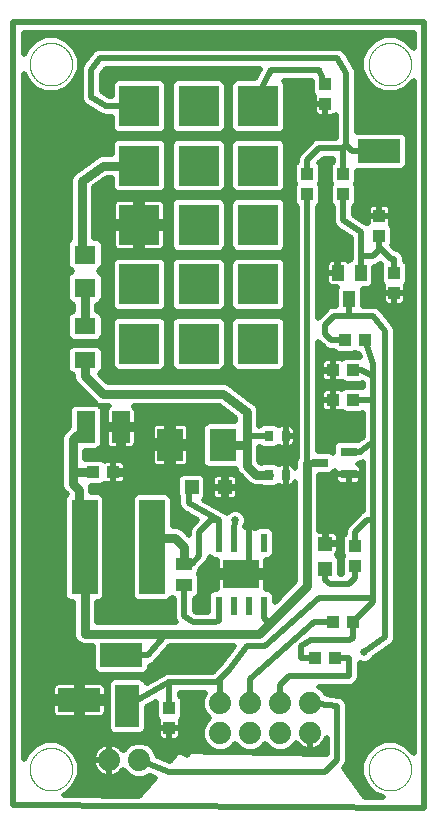
<source format=gtl>
G75*
%MOIN*%
%OFA0B0*%
%FSLAX25Y25*%
%IPPOS*%
%LPD*%
%AMOC8*
5,1,8,0,0,1.08239X$1,22.5*
%
%ADD10C,0.02000*%
%ADD11C,0.00000*%
%ADD12R,0.13500X0.13500*%
%ADD13R,0.04331X0.03937*%
%ADD14R,0.06300X0.10600*%
%ADD15R,0.05700X0.04400*%
%ADD16R,0.02600X0.03800*%
%ADD17R,0.02100X0.06300*%
%ADD18R,0.12200X0.09500*%
%ADD19R,0.08661X0.31496*%
%ADD20R,0.04724X0.04724*%
%ADD21R,0.03937X0.04331*%
%ADD22R,0.08500X0.10799*%
%ADD23R,0.05200X0.02953*%
%ADD24R,0.07087X0.06299*%
%ADD25R,0.07087X0.05276*%
%ADD26C,0.07400*%
%ADD27R,0.03937X0.05512*%
%ADD28R,0.14173X0.07874*%
%ADD29R,0.07874X0.14173*%
%ADD30C,0.03000*%
%ADD31C,0.02578*%
%ADD32C,0.03200*%
D10*
X0002000Y0037211D02*
X0139000Y0036211D01*
X0139000Y0298211D01*
X0002000Y0298211D01*
X0002000Y0037211D01*
X0005500Y0052534D02*
X0005500Y0280888D01*
X0006373Y0278780D01*
X0009070Y0276083D01*
X0012593Y0274624D01*
X0016407Y0274624D01*
X0019930Y0276083D01*
X0022627Y0278780D01*
X0024087Y0282304D01*
X0024087Y0286118D01*
X0022627Y0289641D01*
X0019930Y0292338D01*
X0016407Y0293797D01*
X0012593Y0293797D01*
X0009070Y0292338D01*
X0006373Y0289641D01*
X0005500Y0287534D01*
X0005500Y0294711D01*
X0135500Y0294711D01*
X0135500Y0289768D01*
X0132930Y0292338D01*
X0129407Y0293797D01*
X0125593Y0293797D01*
X0122070Y0292338D01*
X0119373Y0289641D01*
X0117913Y0286118D01*
X0117913Y0282304D01*
X0119373Y0278780D01*
X0122070Y0276083D01*
X0125593Y0274624D01*
X0129407Y0274624D01*
X0132930Y0276083D01*
X0135500Y0278653D01*
X0135500Y0054768D01*
X0132930Y0057338D01*
X0129407Y0058797D01*
X0125593Y0058797D01*
X0122070Y0057338D01*
X0119373Y0054641D01*
X0117913Y0051118D01*
X0117913Y0047304D01*
X0119373Y0043780D01*
X0122070Y0041083D01*
X0125140Y0039812D01*
X0119133Y0039856D01*
X0112290Y0049550D01*
X0112967Y0050228D01*
X0113500Y0051514D01*
X0113500Y0070017D01*
X0113555Y0070516D01*
X0113500Y0070707D01*
X0113500Y0070907D01*
X0113308Y0071371D01*
X0113168Y0071853D01*
X0113043Y0072009D01*
X0112967Y0072193D01*
X0112612Y0072548D01*
X0112298Y0072941D01*
X0112124Y0073037D01*
X0111983Y0073178D01*
X0111518Y0073370D01*
X0111078Y0073612D01*
X0110880Y0073634D01*
X0110696Y0073711D01*
X0110194Y0073711D01*
X0106506Y0074120D01*
X0106256Y0074723D01*
X0104512Y0076467D01*
X0103923Y0076711D01*
X0114696Y0076711D01*
X0115983Y0077243D01*
X0116967Y0078228D01*
X0117500Y0079514D01*
X0117500Y0084694D01*
X0118157Y0084422D01*
X0119665Y0084422D01*
X0121057Y0084998D01*
X0122123Y0086064D01*
X0122189Y0086224D01*
X0127685Y0090031D01*
X0127983Y0090154D01*
X0128252Y0090424D01*
X0128565Y0090641D01*
X0128740Y0090912D01*
X0128967Y0091139D01*
X0129113Y0091491D01*
X0129319Y0091812D01*
X0129377Y0092128D01*
X0129500Y0092425D01*
X0129500Y0092807D01*
X0129568Y0093182D01*
X0129500Y0093496D01*
X0129500Y0195017D01*
X0129555Y0195516D01*
X0129500Y0195707D01*
X0129500Y0195907D01*
X0129308Y0196371D01*
X0129168Y0196853D01*
X0129043Y0197009D01*
X0128967Y0197193D01*
X0128612Y0197548D01*
X0125043Y0202009D01*
X0124967Y0202193D01*
X0124612Y0202548D01*
X0124298Y0202941D01*
X0124124Y0203037D01*
X0123983Y0203178D01*
X0123518Y0203370D01*
X0123078Y0203612D01*
X0122880Y0203634D01*
X0122696Y0203711D01*
X0122194Y0203711D01*
X0121695Y0203766D01*
X0121503Y0203711D01*
X0118468Y0203711D01*
X0118468Y0209133D01*
X0118405Y0209285D01*
X0120206Y0209285D01*
X0121125Y0209666D01*
X0121828Y0210369D01*
X0122209Y0211288D01*
X0122209Y0216711D01*
X0122696Y0216711D01*
X0123983Y0217243D01*
X0124500Y0217761D01*
X0124681Y0217580D01*
X0124531Y0217220D01*
X0124531Y0211894D01*
X0124912Y0210976D01*
X0125151Y0210737D01*
X0125031Y0210293D01*
X0125031Y0207864D01*
X0125031Y0205436D01*
X0125168Y0204927D01*
X0125431Y0204471D01*
X0125803Y0204098D01*
X0126260Y0203835D01*
X0126768Y0203699D01*
X0129000Y0203699D01*
X0131232Y0203699D01*
X0131740Y0203835D01*
X0132197Y0204098D01*
X0132569Y0204471D01*
X0132832Y0204927D01*
X0132968Y0205436D01*
X0132968Y0207864D01*
X0129000Y0207864D01*
X0129000Y0203699D01*
X0129000Y0207864D01*
X0129000Y0207864D01*
X0129000Y0207864D01*
X0125031Y0207864D01*
X0129000Y0207864D01*
X0129000Y0207864D01*
X0129000Y0198211D01*
X0128179Y0198090D02*
X0135500Y0198090D01*
X0135500Y0196092D02*
X0129423Y0196092D01*
X0129500Y0194093D02*
X0135500Y0194093D01*
X0135500Y0192095D02*
X0129500Y0192095D01*
X0129500Y0190096D02*
X0135500Y0190096D01*
X0135500Y0188097D02*
X0129500Y0188097D01*
X0129500Y0186099D02*
X0135500Y0186099D01*
X0135500Y0184100D02*
X0129500Y0184100D01*
X0129500Y0182102D02*
X0135500Y0182102D01*
X0135500Y0180103D02*
X0129500Y0180103D01*
X0129500Y0178105D02*
X0135500Y0178105D01*
X0135500Y0176106D02*
X0129500Y0176106D01*
X0129500Y0174108D02*
X0135500Y0174108D01*
X0135500Y0172109D02*
X0129500Y0172109D01*
X0129500Y0170111D02*
X0135500Y0170111D01*
X0135500Y0168112D02*
X0129500Y0168112D01*
X0129500Y0166114D02*
X0135500Y0166114D01*
X0135500Y0164115D02*
X0129500Y0164115D01*
X0129500Y0162117D02*
X0135500Y0162117D01*
X0135500Y0160118D02*
X0129500Y0160118D01*
X0129500Y0158120D02*
X0135500Y0158120D01*
X0135500Y0156121D02*
X0129500Y0156121D01*
X0129500Y0154123D02*
X0135500Y0154123D01*
X0135500Y0152124D02*
X0129500Y0152124D01*
X0129500Y0150126D02*
X0135500Y0150126D01*
X0135500Y0148127D02*
X0129500Y0148127D01*
X0129500Y0146129D02*
X0135500Y0146129D01*
X0135500Y0144130D02*
X0129500Y0144130D01*
X0129500Y0142132D02*
X0135500Y0142132D01*
X0135500Y0140133D02*
X0129500Y0140133D01*
X0129500Y0138135D02*
X0135500Y0138135D01*
X0135500Y0136136D02*
X0129500Y0136136D01*
X0129500Y0134138D02*
X0135500Y0134138D01*
X0135500Y0132139D02*
X0129500Y0132139D01*
X0129500Y0130141D02*
X0135500Y0130141D01*
X0135500Y0128142D02*
X0129500Y0128142D01*
X0129500Y0126144D02*
X0135500Y0126144D01*
X0135500Y0124145D02*
X0129500Y0124145D01*
X0129500Y0122147D02*
X0135500Y0122147D01*
X0135500Y0120148D02*
X0129500Y0120148D01*
X0129500Y0118150D02*
X0135500Y0118150D01*
X0135500Y0116151D02*
X0129500Y0116151D01*
X0129500Y0114153D02*
X0135500Y0114153D01*
X0135500Y0112154D02*
X0129500Y0112154D01*
X0129500Y0110156D02*
X0135500Y0110156D01*
X0135500Y0108157D02*
X0129500Y0108157D01*
X0129500Y0106159D02*
X0135500Y0106159D01*
X0135500Y0104160D02*
X0129500Y0104160D01*
X0129500Y0102162D02*
X0135500Y0102162D01*
X0135500Y0100163D02*
X0129500Y0100163D01*
X0129500Y0098164D02*
X0135500Y0098164D01*
X0135500Y0096166D02*
X0129500Y0096166D01*
X0129500Y0094167D02*
X0135500Y0094167D01*
X0135500Y0092169D02*
X0129394Y0092169D01*
X0127999Y0090170D02*
X0135500Y0090170D01*
X0135500Y0088172D02*
X0125001Y0088172D01*
X0122168Y0086173D02*
X0135500Y0086173D01*
X0135500Y0084175D02*
X0117500Y0084175D01*
X0117500Y0082176D02*
X0135500Y0082176D01*
X0135500Y0080178D02*
X0117500Y0080178D01*
X0116918Y0078179D02*
X0135500Y0078179D01*
X0135500Y0076181D02*
X0104798Y0076181D01*
X0106480Y0074182D02*
X0135500Y0074182D01*
X0135500Y0072184D02*
X0112971Y0072184D01*
X0113519Y0070185D02*
X0135500Y0070185D01*
X0135500Y0068187D02*
X0113500Y0068187D01*
X0113500Y0066188D02*
X0135500Y0066188D01*
X0135500Y0064190D02*
X0113500Y0064190D01*
X0113500Y0062191D02*
X0135500Y0062191D01*
X0135500Y0060193D02*
X0113500Y0060193D01*
X0113500Y0058194D02*
X0124137Y0058194D01*
X0120928Y0056196D02*
X0113500Y0056196D01*
X0113500Y0054197D02*
X0119189Y0054197D01*
X0118361Y0052199D02*
X0113500Y0052199D01*
X0112939Y0050200D02*
X0117913Y0050200D01*
X0117913Y0048202D02*
X0113242Y0048202D01*
X0114652Y0046203D02*
X0118369Y0046203D01*
X0119197Y0044205D02*
X0116063Y0044205D01*
X0117474Y0042206D02*
X0120947Y0042206D01*
X0118884Y0040208D02*
X0124184Y0040208D01*
X0130863Y0058194D02*
X0135500Y0058194D01*
X0135500Y0056196D02*
X0134072Y0056196D01*
X0118911Y0088211D02*
X0126000Y0093122D01*
X0126000Y0195211D01*
X0122000Y0200211D01*
X0114000Y0200211D01*
X0109000Y0200211D01*
X0106000Y0197211D01*
X0106000Y0194211D01*
X0108000Y0192211D01*
X0112654Y0192211D01*
X0115316Y0187742D02*
X0109991Y0187742D01*
X0109072Y0188123D01*
X0108484Y0188711D01*
X0107304Y0188711D01*
X0106017Y0189243D01*
X0105033Y0190228D01*
X0105033Y0190228D01*
X0104017Y0191243D01*
X0104017Y0191243D01*
X0103500Y0191761D01*
X0103500Y0155187D01*
X0107397Y0155187D01*
X0108316Y0154806D01*
X0108600Y0154523D01*
X0108600Y0156884D01*
X0108981Y0157803D01*
X0109684Y0158506D01*
X0110603Y0158887D01*
X0116797Y0158887D01*
X0116972Y0158815D01*
X0118500Y0159961D01*
X0118500Y0167945D01*
X0118009Y0167742D01*
X0112684Y0167742D01*
X0111765Y0168123D01*
X0111527Y0168361D01*
X0111082Y0168242D01*
X0108654Y0168242D01*
X0108654Y0172210D01*
X0108653Y0172210D01*
X0108653Y0168242D01*
X0106225Y0168242D01*
X0105716Y0168378D01*
X0105260Y0168642D01*
X0104888Y0169014D01*
X0104624Y0169470D01*
X0104488Y0169979D01*
X0104488Y0172211D01*
X0108653Y0172211D01*
X0108653Y0172211D01*
X0108653Y0176179D01*
X0106225Y0176179D01*
X0105716Y0176043D01*
X0105260Y0175780D01*
X0104888Y0175407D01*
X0104624Y0174951D01*
X0104488Y0174442D01*
X0104488Y0172211D01*
X0108653Y0172211D01*
X0108654Y0172211D01*
X0108654Y0176179D01*
X0111082Y0176179D01*
X0111527Y0176060D01*
X0111765Y0176299D01*
X0112684Y0176679D01*
X0118009Y0176679D01*
X0118500Y0176476D01*
X0118500Y0177945D01*
X0118009Y0177742D01*
X0112684Y0177742D01*
X0111765Y0178123D01*
X0111527Y0178361D01*
X0111082Y0178242D01*
X0108654Y0178242D01*
X0108654Y0182210D01*
X0108653Y0182210D01*
X0108653Y0178242D01*
X0106225Y0178242D01*
X0105716Y0178378D01*
X0105260Y0178642D01*
X0104888Y0179014D01*
X0104624Y0179470D01*
X0104488Y0179979D01*
X0104488Y0182211D01*
X0108653Y0182211D01*
X0108653Y0182211D01*
X0108653Y0186179D01*
X0106225Y0186179D01*
X0105716Y0186043D01*
X0105260Y0185780D01*
X0104888Y0185407D01*
X0104624Y0184951D01*
X0104488Y0184442D01*
X0104488Y0182211D01*
X0108653Y0182211D01*
X0108654Y0182211D01*
X0108654Y0186179D01*
X0111082Y0186179D01*
X0111527Y0186060D01*
X0111765Y0186299D01*
X0112684Y0186679D01*
X0117494Y0186679D01*
X0117141Y0187742D01*
X0116684Y0187742D01*
X0116000Y0188025D01*
X0115316Y0187742D01*
X0111565Y0186099D02*
X0111381Y0186099D01*
X0108654Y0186099D02*
X0108653Y0186099D01*
X0108653Y0184100D02*
X0108654Y0184100D01*
X0108654Y0182211D02*
X0104000Y0181557D01*
X0104000Y0172211D01*
X0108654Y0172211D01*
X0108653Y0172109D02*
X0108654Y0172109D01*
X0108653Y0170111D02*
X0108654Y0170111D01*
X0108653Y0174108D02*
X0108654Y0174108D01*
X0108653Y0176106D02*
X0108654Y0176106D01*
X0111354Y0176106D02*
X0111573Y0176106D01*
X0111808Y0178105D02*
X0103500Y0178105D01*
X0103500Y0180103D02*
X0104488Y0180103D01*
X0104488Y0182102D02*
X0103500Y0182102D01*
X0103500Y0184100D02*
X0104488Y0184100D01*
X0103500Y0186099D02*
X0105926Y0186099D01*
X0103500Y0188097D02*
X0109133Y0188097D01*
X0108653Y0182102D02*
X0108654Y0182102D01*
X0108653Y0180103D02*
X0108654Y0180103D01*
X0105954Y0176106D02*
X0103500Y0176106D01*
X0103500Y0174108D02*
X0104488Y0174108D01*
X0104000Y0172211D02*
X0104000Y0166211D01*
X0108000Y0162211D01*
X0109297Y0158120D02*
X0103500Y0158120D01*
X0103500Y0160118D02*
X0118500Y0160118D01*
X0118500Y0162117D02*
X0103500Y0162117D01*
X0103500Y0164115D02*
X0118500Y0164115D01*
X0118500Y0166114D02*
X0103500Y0166114D01*
X0103500Y0168112D02*
X0111790Y0168112D01*
X0115346Y0172211D02*
X0122000Y0172211D01*
X0122000Y0180211D01*
X0118000Y0182211D01*
X0115346Y0182211D01*
X0122000Y0184211D02*
X0119346Y0192211D01*
X0122000Y0184211D02*
X0122000Y0180211D01*
X0122000Y0172211D02*
X0122000Y0158211D01*
X0122000Y0132211D01*
X0120000Y0132211D01*
X0116000Y0128211D01*
X0116000Y0123557D01*
X0112500Y0128907D02*
X0113033Y0130193D01*
X0117033Y0134193D01*
X0118017Y0135178D01*
X0118500Y0135378D01*
X0118500Y0151454D01*
X0118396Y0151411D01*
X0117812Y0151411D01*
X0117716Y0151315D01*
X0116797Y0150934D01*
X0116760Y0150934D01*
X0117072Y0150851D01*
X0117528Y0150587D01*
X0117900Y0150215D01*
X0118164Y0149759D01*
X0118300Y0149250D01*
X0118300Y0147511D01*
X0113700Y0147511D01*
X0113700Y0147511D01*
X0113700Y0147511D01*
X0109100Y0147511D01*
X0109100Y0148513D01*
X0109019Y0148318D01*
X0108316Y0147615D01*
X0107397Y0147234D01*
X0104000Y0147234D01*
X0104000Y0128707D01*
X0105819Y0128707D01*
X0105819Y0124526D01*
X0106181Y0124526D01*
X0106181Y0128707D01*
X0108626Y0128707D01*
X0109134Y0128570D01*
X0109590Y0128307D01*
X0109963Y0127935D01*
X0110226Y0127479D01*
X0110362Y0126970D01*
X0110362Y0124526D01*
X0106181Y0124526D01*
X0106181Y0124163D01*
X0110362Y0124163D01*
X0110362Y0121719D01*
X0110226Y0121210D01*
X0109963Y0120754D01*
X0109770Y0120562D01*
X0109778Y0120558D01*
X0110482Y0119855D01*
X0110862Y0118936D01*
X0110862Y0114311D01*
X0111531Y0114311D01*
X0111531Y0119527D01*
X0111815Y0120211D01*
X0111531Y0120894D01*
X0111531Y0126220D01*
X0111912Y0127139D01*
X0112500Y0127726D01*
X0112500Y0128907D01*
X0112500Y0128142D02*
X0109755Y0128142D01*
X0110362Y0126144D02*
X0111531Y0126144D01*
X0111531Y0124145D02*
X0110362Y0124145D01*
X0110362Y0122147D02*
X0111531Y0122147D01*
X0111789Y0120148D02*
X0110189Y0120148D01*
X0110862Y0118150D02*
X0111531Y0118150D01*
X0111531Y0116151D02*
X0110862Y0116151D01*
X0116000Y0112811D02*
X0114000Y0110811D01*
X0107400Y0110811D01*
X0106000Y0112211D01*
X0106000Y0116077D01*
X0106000Y0124344D02*
X0106000Y0132211D01*
X0104000Y0132139D02*
X0114979Y0132139D01*
X0113011Y0130141D02*
X0104000Y0130141D01*
X0104000Y0134138D02*
X0116977Y0134138D01*
X0118500Y0136136D02*
X0104000Y0136136D01*
X0104000Y0138135D02*
X0118500Y0138135D01*
X0118000Y0138211D02*
X0109000Y0138211D01*
X0110837Y0144034D02*
X0110328Y0144171D01*
X0109872Y0144434D01*
X0109500Y0144806D01*
X0109236Y0145262D01*
X0109100Y0145771D01*
X0109100Y0147511D01*
X0113700Y0147511D01*
X0114000Y0147211D01*
X0118000Y0147211D01*
X0118000Y0138211D01*
X0118500Y0140133D02*
X0104000Y0140133D01*
X0104000Y0142132D02*
X0118500Y0142132D01*
X0118500Y0144130D02*
X0116922Y0144130D01*
X0117072Y0144171D02*
X0116563Y0144034D01*
X0113700Y0144034D01*
X0113700Y0147510D01*
X0113700Y0147510D01*
X0113700Y0144034D01*
X0110837Y0144034D01*
X0110478Y0144130D02*
X0104000Y0144130D01*
X0104000Y0146129D02*
X0109100Y0146129D01*
X0109100Y0148127D02*
X0108829Y0148127D01*
X0113700Y0147511D02*
X0118300Y0147511D01*
X0118300Y0145771D01*
X0118164Y0145262D01*
X0117900Y0144806D01*
X0117528Y0144434D01*
X0117072Y0144171D01*
X0118300Y0146129D02*
X0118500Y0146129D01*
X0118500Y0148127D02*
X0118300Y0148127D01*
X0118500Y0150126D02*
X0117952Y0150126D01*
X0117700Y0154911D02*
X0118000Y0155211D01*
X0122000Y0158211D01*
X0117700Y0154911D02*
X0113700Y0154911D01*
X0108600Y0156121D02*
X0103500Y0156121D01*
X0104300Y0151211D02*
X0100000Y0151211D01*
X0100000Y0240864D01*
X0095531Y0238202D02*
X0095912Y0237283D01*
X0096500Y0236695D01*
X0096500Y0153213D01*
X0096000Y0152006D01*
X0096000Y0149560D01*
X0095914Y0149883D01*
X0095650Y0150339D01*
X0095278Y0150711D01*
X0094822Y0150974D01*
X0094313Y0151111D01*
X0092750Y0151111D01*
X0091187Y0151111D01*
X0090678Y0150974D01*
X0090389Y0150807D01*
X0089966Y0151230D01*
X0089047Y0151611D01*
X0085453Y0151611D01*
X0084607Y0151260D01*
X0084000Y0151867D01*
X0084000Y0156711D01*
X0084014Y0156711D01*
X0084534Y0156191D01*
X0085453Y0155811D01*
X0089047Y0155811D01*
X0089966Y0156191D01*
X0090389Y0156614D01*
X0090678Y0156447D01*
X0091187Y0156311D01*
X0092750Y0156311D01*
X0094313Y0156311D01*
X0094822Y0156447D01*
X0095278Y0156710D01*
X0095650Y0157083D01*
X0095914Y0157539D01*
X0096050Y0158047D01*
X0096050Y0160211D01*
X0096050Y0162374D01*
X0095914Y0162883D01*
X0095650Y0163339D01*
X0095278Y0163711D01*
X0094822Y0163974D01*
X0094313Y0164111D01*
X0092750Y0164111D01*
X0091187Y0164111D01*
X0090678Y0163974D01*
X0090389Y0163807D01*
X0089966Y0164230D01*
X0089047Y0164611D01*
X0085453Y0164611D01*
X0084534Y0164230D01*
X0084014Y0163711D01*
X0084000Y0163711D01*
X0084000Y0167706D01*
X0084072Y0167989D01*
X0084000Y0168495D01*
X0084000Y0169006D01*
X0083888Y0169275D01*
X0083847Y0169564D01*
X0083587Y0170004D01*
X0083391Y0170476D01*
X0083185Y0170682D01*
X0083037Y0170933D01*
X0082627Y0171240D01*
X0082266Y0171602D01*
X0081997Y0171713D01*
X0074627Y0177240D01*
X0074266Y0177602D01*
X0073997Y0177713D01*
X0073763Y0177888D01*
X0073268Y0178015D01*
X0072796Y0178211D01*
X0072504Y0178211D01*
X0072222Y0178283D01*
X0071716Y0178211D01*
X0033657Y0178211D01*
X0031002Y0180866D01*
X0031663Y0181527D01*
X0032043Y0182446D01*
X0032043Y0188716D01*
X0031663Y0189635D01*
X0030959Y0190338D01*
X0030041Y0190718D01*
X0021959Y0190718D01*
X0021041Y0190338D01*
X0020337Y0189635D01*
X0019957Y0188716D01*
X0019957Y0182446D01*
X0020337Y0181527D01*
X0021041Y0180824D01*
X0021959Y0180443D01*
X0022000Y0180443D01*
X0022000Y0179415D01*
X0022609Y0177945D01*
X0029543Y0171011D01*
X0022453Y0171011D01*
X0021534Y0170630D01*
X0020831Y0169927D01*
X0020450Y0169008D01*
X0020450Y0163217D01*
X0018609Y0161376D01*
X0018000Y0159906D01*
X0018000Y0143415D01*
X0018609Y0141945D01*
X0019734Y0140820D01*
X0019754Y0140800D01*
X0019329Y0140375D01*
X0018949Y0139456D01*
X0018949Y0106965D01*
X0019329Y0106046D01*
X0020033Y0105343D01*
X0020952Y0104963D01*
X0021780Y0104963D01*
X0021780Y0104739D01*
X0021763Y0104695D01*
X0021780Y0103945D01*
X0021780Y0103194D01*
X0021797Y0103151D01*
X0022000Y0094165D01*
X0022000Y0093415D01*
X0022018Y0093372D01*
X0022019Y0093325D01*
X0022322Y0092638D01*
X0022609Y0091945D01*
X0022642Y0091912D01*
X0022661Y0091869D01*
X0023204Y0091350D01*
X0023734Y0090820D01*
X0023777Y0090802D01*
X0023811Y0090769D01*
X0024511Y0090498D01*
X0025204Y0090211D01*
X0025251Y0090211D01*
X0025295Y0090194D01*
X0026045Y0090211D01*
X0028413Y0090211D01*
X0028413Y0082776D01*
X0028794Y0081857D01*
X0029497Y0081154D01*
X0030416Y0080774D01*
X0045584Y0080774D01*
X0046503Y0081154D01*
X0047206Y0081857D01*
X0047587Y0082776D01*
X0047587Y0083711D01*
X0047696Y0083711D01*
X0047824Y0083764D01*
X0047963Y0083774D01*
X0048464Y0084028D01*
X0048983Y0084243D01*
X0049081Y0084342D01*
X0049204Y0084404D01*
X0049570Y0084831D01*
X0049967Y0085228D01*
X0050020Y0085356D01*
X0054181Y0090211D01*
X0075625Y0090211D01*
X0071349Y0084510D01*
X0069017Y0082178D01*
X0068550Y0081711D01*
X0054469Y0081711D01*
X0054249Y0081770D01*
X0053778Y0081711D01*
X0053304Y0081711D01*
X0053094Y0081624D01*
X0052868Y0081595D01*
X0052456Y0081359D01*
X0052017Y0081178D01*
X0051857Y0081017D01*
X0046395Y0077896D01*
X0046056Y0078713D01*
X0045353Y0079417D01*
X0044434Y0079797D01*
X0035566Y0079797D01*
X0034647Y0079417D01*
X0033944Y0078713D01*
X0033563Y0077795D01*
X0033563Y0062627D01*
X0033944Y0061708D01*
X0034647Y0061005D01*
X0035566Y0060624D01*
X0044434Y0060624D01*
X0045353Y0061005D01*
X0046056Y0061708D01*
X0046437Y0062627D01*
X0046437Y0069858D01*
X0049531Y0071626D01*
X0049531Y0066894D01*
X0049912Y0065976D01*
X0050151Y0065737D01*
X0050031Y0065293D01*
X0050031Y0062864D01*
X0050031Y0060436D01*
X0050168Y0059927D01*
X0050431Y0059471D01*
X0050803Y0059098D01*
X0051260Y0058835D01*
X0051768Y0058699D01*
X0054000Y0058699D01*
X0056232Y0058699D01*
X0056740Y0058835D01*
X0057197Y0059098D01*
X0057569Y0059471D01*
X0057832Y0059927D01*
X0057968Y0060436D01*
X0057968Y0062864D01*
X0054000Y0062864D01*
X0054000Y0058699D01*
X0054000Y0062864D01*
X0054000Y0062864D01*
X0054000Y0062864D01*
X0050031Y0062864D01*
X0054000Y0062864D01*
X0054000Y0062864D01*
X0054000Y0056211D01*
X0060000Y0054211D01*
X0057000Y0055211D02*
X0054111Y0051936D01*
X0050172Y0053511D01*
X0049256Y0055723D01*
X0047512Y0057467D01*
X0045233Y0058411D01*
X0042767Y0058411D01*
X0040488Y0057467D01*
X0038744Y0055723D01*
X0038653Y0055504D01*
X0038348Y0055924D01*
X0037713Y0056558D01*
X0036987Y0057086D01*
X0036188Y0057493D01*
X0035335Y0057770D01*
X0034449Y0057911D01*
X0034000Y0057911D01*
X0033551Y0057911D01*
X0032665Y0057770D01*
X0031812Y0057493D01*
X0031013Y0057086D01*
X0030287Y0056558D01*
X0029652Y0055924D01*
X0029125Y0055198D01*
X0028718Y0054399D01*
X0028440Y0053545D01*
X0028300Y0052659D01*
X0028300Y0052211D01*
X0034000Y0052211D01*
X0034000Y0057911D01*
X0034000Y0052211D01*
X0034000Y0052211D01*
X0034000Y0052211D01*
X0028300Y0052211D01*
X0028300Y0051762D01*
X0028440Y0050876D01*
X0028718Y0050023D01*
X0029125Y0049223D01*
X0029652Y0048497D01*
X0030287Y0047863D01*
X0031013Y0047336D01*
X0031812Y0046928D01*
X0032665Y0046651D01*
X0033551Y0046511D01*
X0034000Y0046511D01*
X0034000Y0052210D01*
X0034000Y0046511D01*
X0034449Y0046511D01*
X0035335Y0046651D01*
X0036188Y0046928D01*
X0036987Y0047336D01*
X0037713Y0047863D01*
X0038348Y0048497D01*
X0038653Y0048918D01*
X0038744Y0048699D01*
X0040488Y0046955D01*
X0042767Y0046011D01*
X0045233Y0046011D01*
X0047512Y0046955D01*
X0047570Y0047013D01*
X0049194Y0046364D01*
X0043936Y0040405D01*
X0018735Y0040589D01*
X0019930Y0041083D01*
X0022627Y0043780D01*
X0024087Y0047304D01*
X0024087Y0051118D01*
X0022627Y0054641D01*
X0019930Y0057338D01*
X0016407Y0058797D01*
X0012593Y0058797D01*
X0009070Y0057338D01*
X0006373Y0054641D01*
X0005500Y0052534D01*
X0005500Y0054197D02*
X0006189Y0054197D01*
X0005500Y0056196D02*
X0007928Y0056196D01*
X0005500Y0058194D02*
X0011137Y0058194D01*
X0015685Y0066673D02*
X0015313Y0067046D01*
X0015050Y0067502D01*
X0014913Y0068010D01*
X0014913Y0071242D01*
X0023031Y0071242D01*
X0023031Y0073179D01*
X0014913Y0073179D01*
X0014913Y0076411D01*
X0015050Y0076920D01*
X0015313Y0077376D01*
X0015685Y0077748D01*
X0016141Y0078011D01*
X0016650Y0078148D01*
X0023031Y0078148D01*
X0023031Y0073179D01*
X0024969Y0073179D01*
X0033087Y0073179D01*
X0033087Y0076411D01*
X0032950Y0076920D01*
X0032687Y0077376D01*
X0032315Y0077748D01*
X0031859Y0078011D01*
X0031350Y0078148D01*
X0024969Y0078148D01*
X0024969Y0073179D01*
X0024969Y0071242D01*
X0033087Y0071242D01*
X0033087Y0068010D01*
X0032950Y0067502D01*
X0032687Y0067046D01*
X0032315Y0066673D01*
X0031859Y0066410D01*
X0031350Y0066274D01*
X0024969Y0066274D01*
X0024969Y0071242D01*
X0023031Y0071242D01*
X0023031Y0066274D01*
X0016650Y0066274D01*
X0016141Y0066410D01*
X0015685Y0066673D01*
X0014913Y0068187D02*
X0005500Y0068187D01*
X0005500Y0070185D02*
X0014913Y0070185D01*
X0014913Y0074182D02*
X0005500Y0074182D01*
X0005500Y0072184D02*
X0023031Y0072184D01*
X0024000Y0072211D02*
X0024000Y0060211D01*
X0022811Y0054197D02*
X0028652Y0054197D01*
X0028300Y0052199D02*
X0023639Y0052199D01*
X0024087Y0050200D02*
X0028660Y0050200D01*
X0029948Y0048202D02*
X0024087Y0048202D01*
X0023631Y0046203D02*
X0042302Y0046203D01*
X0045698Y0046203D02*
X0049052Y0046203D01*
X0047289Y0044205D02*
X0022803Y0044205D01*
X0021053Y0042206D02*
X0045525Y0042206D01*
X0044000Y0052211D02*
X0054000Y0048211D01*
X0106000Y0048211D01*
X0110000Y0052211D01*
X0110000Y0070211D01*
X0101000Y0071211D01*
X0101000Y0061210D02*
X0101000Y0055511D01*
X0101449Y0055511D01*
X0102335Y0055651D01*
X0103188Y0055928D01*
X0103987Y0056336D01*
X0104713Y0056863D01*
X0105348Y0057497D01*
X0105875Y0058223D01*
X0106282Y0059023D01*
X0106500Y0059692D01*
X0106500Y0054259D01*
X0057000Y0055211D01*
X0056106Y0054197D02*
X0049888Y0054197D01*
X0048783Y0056196D02*
X0067247Y0056196D01*
X0067488Y0055955D02*
X0069767Y0055011D01*
X0072233Y0055011D01*
X0074512Y0055955D01*
X0076000Y0057443D01*
X0077488Y0055955D01*
X0079767Y0055011D01*
X0082233Y0055011D01*
X0084512Y0055955D01*
X0086000Y0057443D01*
X0087488Y0055955D01*
X0089767Y0055011D01*
X0092233Y0055011D01*
X0094512Y0055955D01*
X0096256Y0057699D01*
X0096347Y0057918D01*
X0096652Y0057497D01*
X0097287Y0056863D01*
X0098013Y0056336D01*
X0098812Y0055928D01*
X0099665Y0055651D01*
X0100551Y0055511D01*
X0101000Y0055511D01*
X0101000Y0061210D01*
X0101000Y0061210D01*
X0101000Y0060193D02*
X0101000Y0060193D01*
X0101000Y0058194D02*
X0101000Y0058194D01*
X0101000Y0056196D02*
X0101000Y0056196D01*
X0103713Y0056196D02*
X0106500Y0056196D01*
X0106500Y0058194D02*
X0105854Y0058194D01*
X0098287Y0056196D02*
X0094753Y0056196D01*
X0091000Y0071211D02*
X0091000Y0077211D01*
X0094000Y0080211D01*
X0114000Y0080211D01*
X0114000Y0086211D01*
X0109346Y0086211D01*
X0114000Y0092211D02*
X0101290Y0092211D01*
X0098000Y0090211D01*
X0098000Y0086211D01*
X0102654Y0086211D01*
X0101817Y0098028D02*
X0081000Y0079211D01*
X0081000Y0071211D01*
X0071000Y0079211D02*
X0074000Y0082211D01*
X0080000Y0090211D01*
X0086000Y0090211D01*
X0104000Y0106211D01*
X0122000Y0106211D01*
X0122000Y0132211D01*
X0113700Y0144130D02*
X0113700Y0144130D01*
X0113700Y0146129D02*
X0113700Y0146129D01*
X0106181Y0128142D02*
X0105819Y0128142D01*
X0105819Y0126144D02*
X0106181Y0126144D01*
X0096000Y0126144D02*
X0089050Y0126144D01*
X0089050Y0128142D02*
X0096000Y0128142D01*
X0096000Y0130141D02*
X0087458Y0130141D01*
X0087047Y0130311D02*
X0087966Y0129930D01*
X0088669Y0129227D01*
X0089050Y0128308D01*
X0089050Y0121013D01*
X0088669Y0120094D01*
X0087966Y0119391D01*
X0087047Y0119011D01*
X0086100Y0119011D01*
X0086100Y0115211D01*
X0079000Y0115211D01*
X0079000Y0113211D01*
X0086100Y0113211D01*
X0086100Y0109411D01*
X0087047Y0109411D01*
X0087966Y0109030D01*
X0088669Y0108327D01*
X0089050Y0107408D01*
X0089050Y0104917D01*
X0096000Y0111867D01*
X0096000Y0144861D01*
X0095914Y0144539D01*
X0095650Y0144083D01*
X0095278Y0143710D01*
X0094822Y0143447D01*
X0094313Y0143311D01*
X0092750Y0143311D01*
X0092750Y0147210D01*
X0092750Y0147210D01*
X0092750Y0143311D01*
X0091187Y0143311D01*
X0090678Y0143447D01*
X0090389Y0143614D01*
X0089966Y0143191D01*
X0089047Y0142811D01*
X0085453Y0142811D01*
X0084534Y0143191D01*
X0084514Y0143211D01*
X0082204Y0143211D01*
X0080734Y0143820D01*
X0079609Y0144945D01*
X0079609Y0144945D01*
X0077734Y0146820D01*
X0077734Y0146820D01*
X0076609Y0147945D01*
X0076043Y0149311D01*
X0066957Y0149311D01*
X0066039Y0149692D01*
X0065335Y0150395D01*
X0064955Y0151314D01*
X0064955Y0163108D01*
X0065335Y0164026D01*
X0066039Y0164730D01*
X0066957Y0165110D01*
X0076000Y0165110D01*
X0076000Y0166211D01*
X0070667Y0170211D01*
X0042105Y0170211D01*
X0042278Y0170111D01*
X0042650Y0169739D01*
X0042914Y0169283D01*
X0043050Y0168774D01*
X0043050Y0163786D01*
X0038475Y0163786D01*
X0038475Y0162636D01*
X0043050Y0162636D01*
X0043050Y0157647D01*
X0042914Y0157139D01*
X0042650Y0156683D01*
X0042278Y0156310D01*
X0041822Y0156047D01*
X0041313Y0155911D01*
X0038475Y0155911D01*
X0038475Y0162636D01*
X0037325Y0162636D01*
X0032750Y0162636D01*
X0032750Y0157647D01*
X0032886Y0157139D01*
X0033150Y0156683D01*
X0033522Y0156310D01*
X0033978Y0156047D01*
X0034487Y0155911D01*
X0037325Y0155911D01*
X0037325Y0162636D01*
X0037325Y0163786D01*
X0032750Y0163786D01*
X0032750Y0168774D01*
X0032886Y0169283D01*
X0033150Y0169739D01*
X0033522Y0170111D01*
X0033695Y0170211D01*
X0031204Y0170211D01*
X0031001Y0170295D01*
X0031369Y0169927D01*
X0031750Y0169008D01*
X0031750Y0157413D01*
X0031369Y0156494D01*
X0030666Y0155791D01*
X0029747Y0155411D01*
X0026000Y0155411D01*
X0026000Y0152679D01*
X0031316Y0152679D01*
X0032235Y0152299D01*
X0032473Y0152060D01*
X0032918Y0152179D01*
X0035346Y0152179D01*
X0035346Y0148211D01*
X0035347Y0148211D01*
X0039512Y0148211D01*
X0039512Y0150442D01*
X0039376Y0150951D01*
X0039112Y0151407D01*
X0038740Y0151780D01*
X0038284Y0152043D01*
X0037775Y0152179D01*
X0035347Y0152179D01*
X0035347Y0148211D01*
X0035347Y0148211D01*
X0039512Y0148211D01*
X0039512Y0145979D01*
X0039376Y0145470D01*
X0039112Y0145014D01*
X0038740Y0144642D01*
X0038284Y0144378D01*
X0037775Y0144242D01*
X0035347Y0144242D01*
X0035347Y0148210D01*
X0035346Y0148210D01*
X0035346Y0144242D01*
X0032918Y0144242D01*
X0032473Y0144361D01*
X0032235Y0144123D01*
X0031316Y0143742D01*
X0027695Y0143742D01*
X0028000Y0143006D01*
X0028000Y0141459D01*
X0030608Y0141459D01*
X0031526Y0141078D01*
X0032230Y0140375D01*
X0032610Y0139456D01*
X0032610Y0106965D01*
X0032230Y0106046D01*
X0031526Y0105343D01*
X0030608Y0104963D01*
X0029780Y0104963D01*
X0029780Y0104035D01*
X0029911Y0098211D01*
X0056050Y0098211D01*
X0056033Y0098228D01*
X0055899Y0098551D01*
X0055705Y0098842D01*
X0055635Y0099188D01*
X0055500Y0099514D01*
X0055500Y0099864D01*
X0055431Y0100207D01*
X0055500Y0100553D01*
X0055500Y0106024D01*
X0054784Y0106320D01*
X0054671Y0106046D01*
X0053967Y0105343D01*
X0053048Y0104963D01*
X0043392Y0104963D01*
X0042474Y0105343D01*
X0041770Y0106046D01*
X0041390Y0106965D01*
X0041390Y0139456D01*
X0041770Y0140375D01*
X0042474Y0141078D01*
X0043392Y0141459D01*
X0053048Y0141459D01*
X0053967Y0141078D01*
X0054671Y0140375D01*
X0055051Y0139456D01*
X0055051Y0130211D01*
X0056796Y0130211D01*
X0058266Y0129602D01*
X0059391Y0128476D01*
X0060500Y0127367D01*
X0060500Y0128907D01*
X0061033Y0130193D01*
X0063193Y0132353D01*
X0058956Y0134774D01*
X0058517Y0134955D01*
X0058357Y0135116D01*
X0058160Y0135229D01*
X0057869Y0135604D01*
X0057533Y0135940D01*
X0057446Y0136150D01*
X0057307Y0136329D01*
X0057182Y0136787D01*
X0057000Y0137226D01*
X0057000Y0137453D01*
X0056940Y0137673D01*
X0057000Y0138144D01*
X0057000Y0139448D01*
X0056626Y0140351D01*
X0056626Y0141123D01*
X0056500Y0141427D01*
X0056500Y0143018D01*
X0056626Y0143322D01*
X0056626Y0146070D01*
X0057007Y0146989D01*
X0057710Y0147692D01*
X0058629Y0148073D01*
X0064348Y0148073D01*
X0065267Y0147692D01*
X0065970Y0146989D01*
X0066350Y0146070D01*
X0066350Y0140351D01*
X0065970Y0139432D01*
X0065586Y0139048D01*
X0072044Y0135360D01*
X0072483Y0135178D01*
X0072643Y0135017D01*
X0072840Y0134905D01*
X0073057Y0134626D01*
X0073854Y0135423D01*
X0075246Y0136000D01*
X0076754Y0136000D01*
X0078146Y0135423D01*
X0079212Y0134357D01*
X0079789Y0132964D01*
X0079789Y0131457D01*
X0079212Y0130064D01*
X0079201Y0130054D01*
X0079162Y0129804D01*
X0079187Y0129811D01*
X0080500Y0129811D01*
X0080500Y0124661D01*
X0080500Y0124661D01*
X0080500Y0129811D01*
X0081813Y0129811D01*
X0082322Y0129674D01*
X0082611Y0129507D01*
X0083034Y0129930D01*
X0083953Y0130311D01*
X0087047Y0130311D01*
X0083542Y0130141D02*
X0079244Y0130141D01*
X0080612Y0129672D02*
X0080612Y0141599D01*
X0079000Y0143211D01*
X0072512Y0143211D01*
X0072693Y0143392D02*
X0072331Y0143392D01*
X0072331Y0147573D01*
X0069886Y0147573D01*
X0069378Y0147437D01*
X0068922Y0147173D01*
X0068549Y0146801D01*
X0068286Y0146345D01*
X0068150Y0145836D01*
X0068150Y0143392D01*
X0072331Y0143392D01*
X0072331Y0143030D01*
X0068150Y0143030D01*
X0068150Y0140585D01*
X0068286Y0140076D01*
X0068549Y0139620D01*
X0068922Y0139248D01*
X0069378Y0138985D01*
X0069886Y0138848D01*
X0072331Y0138848D01*
X0072331Y0143029D01*
X0072693Y0143029D01*
X0072693Y0138848D01*
X0075137Y0138848D01*
X0075646Y0138985D01*
X0076102Y0139248D01*
X0076474Y0139620D01*
X0076738Y0140076D01*
X0076874Y0140585D01*
X0076874Y0143030D01*
X0072693Y0143030D01*
X0072693Y0143392D01*
X0072693Y0147573D01*
X0075137Y0147573D01*
X0075646Y0147437D01*
X0076102Y0147173D01*
X0076474Y0146801D01*
X0076738Y0146345D01*
X0076874Y0145836D01*
X0076874Y0143392D01*
X0072693Y0143392D01*
X0072693Y0144130D02*
X0072331Y0144130D01*
X0072331Y0142132D02*
X0072693Y0142132D01*
X0072693Y0140133D02*
X0072331Y0140133D01*
X0070684Y0136136D02*
X0096000Y0136136D01*
X0096000Y0134138D02*
X0079303Y0134138D01*
X0079789Y0132139D02*
X0096000Y0132139D01*
X0096000Y0138135D02*
X0067185Y0138135D01*
X0066260Y0140133D02*
X0068271Y0140133D01*
X0068150Y0142132D02*
X0066350Y0142132D01*
X0066350Y0144130D02*
X0068150Y0144130D01*
X0068228Y0146129D02*
X0066326Y0146129D01*
X0065604Y0150126D02*
X0059626Y0150126D01*
X0059773Y0150211D02*
X0060146Y0150583D01*
X0060409Y0151039D01*
X0060545Y0151548D01*
X0060545Y0156211D01*
X0055295Y0156211D01*
X0055295Y0158211D01*
X0053295Y0158211D01*
X0053295Y0164610D01*
X0049782Y0164610D01*
X0049273Y0164474D01*
X0048817Y0164211D01*
X0048445Y0163838D01*
X0048182Y0163382D01*
X0048045Y0162874D01*
X0048045Y0158211D01*
X0053295Y0158211D01*
X0053295Y0156211D01*
X0048045Y0156211D01*
X0048045Y0151548D01*
X0048182Y0151039D01*
X0048445Y0150583D01*
X0048817Y0150211D01*
X0049273Y0149947D01*
X0049782Y0149811D01*
X0053295Y0149811D01*
X0053295Y0156211D01*
X0055295Y0156211D01*
X0055295Y0149811D01*
X0058809Y0149811D01*
X0059317Y0149947D01*
X0059773Y0150211D01*
X0060545Y0152124D02*
X0064955Y0152124D01*
X0064955Y0154123D02*
X0060545Y0154123D01*
X0060545Y0156121D02*
X0064955Y0156121D01*
X0064955Y0158120D02*
X0055295Y0158120D01*
X0055295Y0158211D02*
X0060545Y0158211D01*
X0060545Y0162874D01*
X0060409Y0163382D01*
X0060146Y0163838D01*
X0059773Y0164211D01*
X0059317Y0164474D01*
X0058809Y0164610D01*
X0055295Y0164610D01*
X0055295Y0158211D01*
X0054295Y0157211D01*
X0053295Y0158120D02*
X0043050Y0158120D01*
X0043050Y0160118D02*
X0048045Y0160118D01*
X0048045Y0162117D02*
X0043050Y0162117D01*
X0043050Y0164115D02*
X0048722Y0164115D01*
X0048045Y0156121D02*
X0041951Y0156121D01*
X0038475Y0156121D02*
X0037325Y0156121D01*
X0037325Y0158120D02*
X0038475Y0158120D01*
X0038475Y0160118D02*
X0037325Y0160118D01*
X0037325Y0162117D02*
X0038475Y0162117D01*
X0042278Y0170111D02*
X0070800Y0170111D01*
X0073464Y0168112D02*
X0043050Y0168112D01*
X0043050Y0166114D02*
X0076000Y0166114D01*
X0072630Y0160285D02*
X0071705Y0157211D01*
X0064955Y0160118D02*
X0060545Y0160118D01*
X0060545Y0162117D02*
X0064955Y0162117D01*
X0065424Y0164115D02*
X0059869Y0164115D01*
X0055295Y0164115D02*
X0053295Y0164115D01*
X0053295Y0162117D02*
X0055295Y0162117D01*
X0055295Y0160118D02*
X0053295Y0160118D01*
X0053295Y0156121D02*
X0055295Y0156121D01*
X0055295Y0154123D02*
X0053295Y0154123D01*
X0053295Y0152124D02*
X0055295Y0152124D01*
X0055295Y0150126D02*
X0053295Y0150126D01*
X0048964Y0150126D02*
X0039512Y0150126D01*
X0039512Y0148127D02*
X0076533Y0148127D01*
X0076796Y0146129D02*
X0078425Y0146129D01*
X0076874Y0144130D02*
X0080424Y0144130D01*
X0084000Y0152124D02*
X0096049Y0152124D01*
X0096000Y0150126D02*
X0095773Y0150126D01*
X0096500Y0154123D02*
X0084000Y0154123D01*
X0084000Y0156121D02*
X0084703Y0156121D01*
X0087250Y0160211D02*
X0080000Y0160211D01*
X0084000Y0164115D02*
X0084419Y0164115D01*
X0084000Y0166114D02*
X0096500Y0166114D01*
X0096500Y0168112D02*
X0084055Y0168112D01*
X0083542Y0170111D02*
X0096500Y0170111D01*
X0096500Y0172109D02*
X0081468Y0172109D01*
X0078804Y0174108D02*
X0096500Y0174108D01*
X0096500Y0176106D02*
X0076139Y0176106D01*
X0073051Y0178105D02*
X0096500Y0178105D01*
X0096500Y0180103D02*
X0031764Y0180103D01*
X0031901Y0182102D02*
X0035929Y0182102D01*
X0035834Y0182141D02*
X0036753Y0181761D01*
X0051247Y0181761D01*
X0052166Y0182141D01*
X0052869Y0182844D01*
X0053250Y0183763D01*
X0053250Y0198258D01*
X0052869Y0199177D01*
X0052166Y0199880D01*
X0051247Y0200261D01*
X0036753Y0200261D01*
X0035834Y0199880D01*
X0035131Y0199177D01*
X0034750Y0198258D01*
X0034750Y0183763D01*
X0035131Y0182844D01*
X0035834Y0182141D01*
X0034750Y0184100D02*
X0032043Y0184100D01*
X0032043Y0186099D02*
X0034750Y0186099D01*
X0034750Y0188097D02*
X0032043Y0188097D01*
X0031201Y0190096D02*
X0034750Y0190096D01*
X0034750Y0192095D02*
X0030971Y0192095D01*
X0030959Y0192083D02*
X0031663Y0192787D01*
X0032043Y0193705D01*
X0032043Y0199976D01*
X0031663Y0200894D01*
X0030959Y0201598D01*
X0030041Y0201978D01*
X0030000Y0201978D01*
X0030000Y0204049D01*
X0030041Y0204049D01*
X0030959Y0204430D01*
X0031663Y0205133D01*
X0032043Y0206052D01*
X0032043Y0213346D01*
X0031663Y0214265D01*
X0030959Y0214968D01*
X0030373Y0215211D01*
X0030959Y0215453D01*
X0031663Y0216157D01*
X0032043Y0217076D01*
X0032043Y0224369D01*
X0031663Y0225288D01*
X0030959Y0225991D01*
X0030041Y0226372D01*
X0029000Y0226372D01*
X0029000Y0243152D01*
X0033282Y0246211D01*
X0034750Y0246211D01*
X0034750Y0243163D01*
X0035131Y0242244D01*
X0035834Y0241541D01*
X0036753Y0241161D01*
X0051247Y0241161D01*
X0052166Y0241541D01*
X0052869Y0242244D01*
X0053250Y0243163D01*
X0053250Y0257658D01*
X0052869Y0258577D01*
X0052166Y0259280D01*
X0051247Y0259661D01*
X0036753Y0259661D01*
X0035834Y0259280D01*
X0035131Y0258577D01*
X0034750Y0257658D01*
X0034750Y0254211D01*
X0032331Y0254211D01*
X0031873Y0254287D01*
X0031543Y0254211D01*
X0031204Y0254211D01*
X0030775Y0254033D01*
X0030322Y0253928D01*
X0030047Y0253731D01*
X0029734Y0253602D01*
X0029406Y0253273D01*
X0023047Y0248731D01*
X0022734Y0248602D01*
X0022406Y0248273D01*
X0022028Y0248003D01*
X0021848Y0247716D01*
X0021609Y0247476D01*
X0021431Y0247047D01*
X0021185Y0246653D01*
X0021130Y0246319D01*
X0021000Y0246006D01*
X0021000Y0245542D01*
X0020924Y0245083D01*
X0021000Y0244754D01*
X0021000Y0225951D01*
X0020337Y0225288D01*
X0019957Y0224369D01*
X0019957Y0217076D01*
X0020337Y0216157D01*
X0021041Y0215453D01*
X0021627Y0215211D01*
X0021041Y0214968D01*
X0020337Y0214265D01*
X0019957Y0213346D01*
X0019957Y0206052D01*
X0020337Y0205133D01*
X0021041Y0204430D01*
X0021959Y0204049D01*
X0022000Y0204049D01*
X0022000Y0201978D01*
X0021959Y0201978D01*
X0021041Y0201598D01*
X0020337Y0200894D01*
X0019957Y0199976D01*
X0019957Y0193705D01*
X0020337Y0192787D01*
X0021041Y0192083D01*
X0021959Y0191703D01*
X0030041Y0191703D01*
X0030959Y0192083D01*
X0032043Y0194093D02*
X0034750Y0194093D01*
X0034750Y0196092D02*
X0032043Y0196092D01*
X0032043Y0198090D02*
X0034750Y0198090D01*
X0036337Y0200089D02*
X0031997Y0200089D01*
X0030000Y0202087D02*
X0035688Y0202087D01*
X0035834Y0201941D02*
X0036753Y0201561D01*
X0051247Y0201561D01*
X0052166Y0201941D01*
X0052869Y0202644D01*
X0053250Y0203563D01*
X0053250Y0218058D01*
X0052869Y0218977D01*
X0052166Y0219680D01*
X0051247Y0220061D01*
X0036753Y0220061D01*
X0035834Y0219680D01*
X0035131Y0218977D01*
X0034750Y0218058D01*
X0034750Y0203563D01*
X0035131Y0202644D01*
X0035834Y0201941D01*
X0034750Y0204086D02*
X0030128Y0204086D01*
X0032043Y0206084D02*
X0034750Y0206084D01*
X0034750Y0208083D02*
X0032043Y0208083D01*
X0032043Y0210081D02*
X0034750Y0210081D01*
X0034750Y0212080D02*
X0032043Y0212080D01*
X0031740Y0214078D02*
X0034750Y0214078D01*
X0034750Y0216077D02*
X0031583Y0216077D01*
X0032043Y0218075D02*
X0034757Y0218075D01*
X0036478Y0221997D02*
X0036987Y0221861D01*
X0043000Y0221861D01*
X0043000Y0229611D01*
X0035250Y0229611D01*
X0035250Y0223597D01*
X0035386Y0223089D01*
X0035650Y0222633D01*
X0036022Y0222260D01*
X0036478Y0221997D01*
X0036348Y0222072D02*
X0032043Y0222072D01*
X0032043Y0220074D02*
X0096500Y0220074D01*
X0096500Y0222072D02*
X0092097Y0222072D01*
X0091766Y0221741D02*
X0092469Y0222444D01*
X0092850Y0223363D01*
X0092850Y0237858D01*
X0092469Y0238777D01*
X0091766Y0239480D01*
X0090847Y0239861D01*
X0076353Y0239861D01*
X0075434Y0239480D01*
X0074731Y0238777D01*
X0074350Y0237858D01*
X0074350Y0223363D01*
X0074731Y0222444D01*
X0075434Y0221741D01*
X0076353Y0221361D01*
X0090847Y0221361D01*
X0091766Y0221741D01*
X0090847Y0220061D02*
X0091766Y0219680D01*
X0092469Y0218977D01*
X0092850Y0218058D01*
X0092850Y0203563D01*
X0092469Y0202644D01*
X0091766Y0201941D01*
X0090847Y0201561D01*
X0076353Y0201561D01*
X0075434Y0201941D01*
X0074731Y0202644D01*
X0074350Y0203563D01*
X0074350Y0218058D01*
X0074731Y0218977D01*
X0075434Y0219680D01*
X0076353Y0220061D01*
X0090847Y0220061D01*
X0092843Y0218075D02*
X0096500Y0218075D01*
X0096500Y0216077D02*
X0092850Y0216077D01*
X0092850Y0214078D02*
X0096500Y0214078D01*
X0096500Y0212080D02*
X0092850Y0212080D01*
X0092850Y0210081D02*
X0096500Y0210081D01*
X0096500Y0208083D02*
X0092850Y0208083D01*
X0092850Y0206084D02*
X0096500Y0206084D01*
X0096500Y0204086D02*
X0092850Y0204086D01*
X0091912Y0202087D02*
X0096500Y0202087D01*
X0096500Y0200089D02*
X0091263Y0200089D01*
X0090847Y0200261D02*
X0076353Y0200261D01*
X0075434Y0199880D01*
X0074731Y0199177D01*
X0074350Y0198258D01*
X0074350Y0183763D01*
X0074731Y0182844D01*
X0075434Y0182141D01*
X0076353Y0181761D01*
X0090847Y0181761D01*
X0091766Y0182141D01*
X0092469Y0182844D01*
X0092850Y0183763D01*
X0092850Y0198258D01*
X0092469Y0199177D01*
X0091766Y0199880D01*
X0090847Y0200261D01*
X0092850Y0198090D02*
X0096500Y0198090D01*
X0096500Y0196092D02*
X0092850Y0196092D01*
X0092850Y0194093D02*
X0096500Y0194093D01*
X0096500Y0192095D02*
X0092850Y0192095D01*
X0092850Y0190096D02*
X0096500Y0190096D01*
X0096500Y0188097D02*
X0092850Y0188097D01*
X0092850Y0186099D02*
X0096500Y0186099D01*
X0096500Y0184100D02*
X0092850Y0184100D01*
X0091671Y0182102D02*
X0096500Y0182102D01*
X0103500Y0190096D02*
X0105165Y0190096D01*
X0103500Y0199660D02*
X0103500Y0236695D01*
X0104088Y0237283D01*
X0104468Y0238202D01*
X0104468Y0243527D01*
X0104185Y0244211D01*
X0104468Y0244894D01*
X0104468Y0250220D01*
X0104088Y0251139D01*
X0103983Y0251244D01*
X0105450Y0252711D01*
X0108500Y0252711D01*
X0108500Y0251726D01*
X0107912Y0251139D01*
X0107531Y0250220D01*
X0107531Y0244894D01*
X0107815Y0244211D01*
X0107531Y0243527D01*
X0107531Y0238202D01*
X0107912Y0237283D01*
X0108500Y0236695D01*
X0108500Y0232553D01*
X0108431Y0232207D01*
X0108500Y0231864D01*
X0108500Y0231514D01*
X0108635Y0231188D01*
X0108705Y0230842D01*
X0108899Y0230551D01*
X0109033Y0230228D01*
X0109283Y0229978D01*
X0109479Y0229685D01*
X0109770Y0229491D01*
X0110017Y0229243D01*
X0110344Y0229108D01*
X0114500Y0226337D01*
X0114500Y0220291D01*
X0114462Y0219461D01*
X0114356Y0219417D01*
X0113652Y0218713D01*
X0113649Y0218705D01*
X0113456Y0218898D01*
X0113000Y0219161D01*
X0112492Y0219297D01*
X0110260Y0219297D01*
X0110260Y0214541D01*
X0110000Y0220211D01*
X0106000Y0222211D01*
X0106000Y0226211D01*
X0103500Y0226069D02*
X0114500Y0226069D01*
X0114500Y0224071D02*
X0103500Y0224071D01*
X0103500Y0222072D02*
X0114500Y0222072D01*
X0114490Y0220074D02*
X0103500Y0220074D01*
X0103500Y0218075D02*
X0106431Y0218075D01*
X0106428Y0218069D02*
X0106291Y0217561D01*
X0106291Y0214541D01*
X0106291Y0211522D01*
X0106428Y0211013D01*
X0106691Y0210557D01*
X0107063Y0210185D01*
X0107519Y0209922D01*
X0108028Y0209785D01*
X0109802Y0209785D01*
X0109531Y0209133D01*
X0109531Y0203711D01*
X0108304Y0203711D01*
X0107017Y0203178D01*
X0106033Y0202193D01*
X0103500Y0199660D01*
X0103500Y0200089D02*
X0103928Y0200089D01*
X0103500Y0202087D02*
X0105927Y0202087D01*
X0106033Y0202193D02*
X0106033Y0202193D01*
X0103500Y0204086D02*
X0109531Y0204086D01*
X0109531Y0206084D02*
X0103500Y0206084D01*
X0103500Y0208083D02*
X0109531Y0208083D01*
X0107243Y0210081D02*
X0103500Y0210081D01*
X0103500Y0212080D02*
X0106291Y0212080D01*
X0106291Y0214078D02*
X0103500Y0214078D01*
X0103500Y0216077D02*
X0106291Y0216077D01*
X0106291Y0214541D02*
X0110260Y0214541D01*
X0106291Y0214541D01*
X0106428Y0218069D02*
X0106691Y0218525D01*
X0107063Y0218898D01*
X0107519Y0219161D01*
X0108028Y0219297D01*
X0110260Y0219297D01*
X0110260Y0214541D01*
X0110260Y0214541D01*
X0110260Y0214541D01*
X0110260Y0216077D02*
X0110260Y0216077D01*
X0110260Y0218075D02*
X0110260Y0218075D01*
X0111905Y0228068D02*
X0103500Y0228068D01*
X0103500Y0230066D02*
X0109195Y0230066D01*
X0108460Y0232065D02*
X0103500Y0232065D01*
X0103500Y0234063D02*
X0108500Y0234063D01*
X0108500Y0236062D02*
X0103500Y0236062D01*
X0104410Y0238060D02*
X0107590Y0238060D01*
X0107531Y0240059D02*
X0104468Y0240059D01*
X0104468Y0242057D02*
X0107531Y0242057D01*
X0107751Y0244056D02*
X0104249Y0244056D01*
X0104468Y0246054D02*
X0107531Y0246054D01*
X0107531Y0248053D02*
X0104468Y0248053D01*
X0104468Y0250051D02*
X0107531Y0250051D01*
X0108500Y0252050D02*
X0104789Y0252050D01*
X0104000Y0256211D02*
X0112000Y0256211D01*
X0113000Y0257211D01*
X0115000Y0255211D01*
X0124000Y0255211D01*
X0116500Y0261648D02*
X0116500Y0280780D01*
X0116564Y0281037D01*
X0116500Y0281470D01*
X0116500Y0281907D01*
X0116398Y0282152D01*
X0116359Y0282414D01*
X0116134Y0282789D01*
X0115967Y0283193D01*
X0115780Y0283381D01*
X0113134Y0287789D01*
X0112967Y0288193D01*
X0112780Y0288381D01*
X0112643Y0288608D01*
X0112292Y0288869D01*
X0111983Y0289178D01*
X0111737Y0289279D01*
X0111524Y0289437D01*
X0111100Y0289543D01*
X0110696Y0289711D01*
X0110431Y0289711D01*
X0110173Y0289775D01*
X0109741Y0289711D01*
X0031441Y0289711D01*
X0031194Y0289774D01*
X0030751Y0289711D01*
X0030304Y0289711D01*
X0030068Y0289613D01*
X0029816Y0289577D01*
X0029431Y0289349D01*
X0029017Y0289178D01*
X0028837Y0288997D01*
X0028618Y0288868D01*
X0028349Y0288510D01*
X0028033Y0288193D01*
X0027935Y0287958D01*
X0025349Y0284510D01*
X0025033Y0284193D01*
X0024935Y0283958D01*
X0024782Y0283754D01*
X0024671Y0283320D01*
X0024500Y0282907D01*
X0024500Y0282652D01*
X0024437Y0282405D01*
X0024500Y0281962D01*
X0024500Y0273470D01*
X0024436Y0273037D01*
X0024500Y0272780D01*
X0024500Y0272514D01*
X0024667Y0272110D01*
X0024773Y0271686D01*
X0024931Y0271473D01*
X0025033Y0271228D01*
X0025342Y0270919D01*
X0025602Y0270568D01*
X0025830Y0270431D01*
X0026017Y0270243D01*
X0026421Y0270076D01*
X0030830Y0267431D01*
X0031017Y0267243D01*
X0031421Y0267076D01*
X0031796Y0266851D01*
X0032059Y0266812D01*
X0032304Y0266711D01*
X0032741Y0266711D01*
X0033173Y0266646D01*
X0033431Y0266711D01*
X0034750Y0266711D01*
X0034750Y0262963D01*
X0035131Y0262044D01*
X0035834Y0261341D01*
X0036753Y0260961D01*
X0051247Y0260961D01*
X0052166Y0261341D01*
X0052869Y0262044D01*
X0053250Y0262963D01*
X0053250Y0277458D01*
X0052869Y0278377D01*
X0052166Y0279080D01*
X0051247Y0279461D01*
X0036753Y0279461D01*
X0035834Y0279080D01*
X0035131Y0278377D01*
X0034750Y0277458D01*
X0034750Y0273711D01*
X0033969Y0273711D01*
X0031500Y0275192D01*
X0031500Y0281044D01*
X0032750Y0282711D01*
X0084311Y0282711D01*
X0082608Y0279461D01*
X0076353Y0279461D01*
X0075434Y0279080D01*
X0074731Y0278377D01*
X0074350Y0277458D01*
X0074350Y0262963D01*
X0074731Y0262044D01*
X0075434Y0261341D01*
X0076353Y0260961D01*
X0090847Y0260961D01*
X0091766Y0261341D01*
X0092469Y0262044D01*
X0092850Y0262963D01*
X0092850Y0277458D01*
X0092469Y0278377D01*
X0092136Y0278711D01*
X0101531Y0278711D01*
X0101531Y0274894D01*
X0101912Y0273976D01*
X0102151Y0273737D01*
X0102031Y0273293D01*
X0102031Y0270864D01*
X0102031Y0268436D01*
X0102168Y0267927D01*
X0102431Y0267471D01*
X0102803Y0267098D01*
X0103260Y0266835D01*
X0103768Y0266699D01*
X0106000Y0266699D01*
X0108232Y0266699D01*
X0108740Y0266835D01*
X0109197Y0267098D01*
X0109500Y0267402D01*
X0109500Y0259711D01*
X0103304Y0259711D01*
X0102017Y0259178D01*
X0101033Y0258193D01*
X0097033Y0254193D01*
X0096500Y0252907D01*
X0096500Y0251726D01*
X0095912Y0251139D01*
X0095531Y0250220D01*
X0095531Y0244894D01*
X0095815Y0244211D01*
X0095531Y0243527D01*
X0095531Y0238202D01*
X0095590Y0238060D02*
X0092766Y0238060D01*
X0092850Y0236062D02*
X0096500Y0236062D01*
X0096500Y0234063D02*
X0092850Y0234063D01*
X0092850Y0232065D02*
X0096500Y0232065D01*
X0096500Y0230066D02*
X0092850Y0230066D01*
X0092850Y0228068D02*
X0096500Y0228068D01*
X0096500Y0226069D02*
X0092850Y0226069D01*
X0092850Y0224071D02*
X0096500Y0224071D01*
X0095531Y0240059D02*
X0029000Y0240059D01*
X0029000Y0242057D02*
X0035318Y0242057D01*
X0034750Y0244056D02*
X0030265Y0244056D01*
X0033063Y0246054D02*
X0034750Y0246054D01*
X0036478Y0239224D02*
X0036022Y0238961D01*
X0035650Y0238589D01*
X0035386Y0238133D01*
X0035250Y0237624D01*
X0035250Y0231611D01*
X0043000Y0231611D01*
X0043000Y0239361D01*
X0036987Y0239361D01*
X0036478Y0239224D01*
X0035367Y0238060D02*
X0029000Y0238060D01*
X0029000Y0236062D02*
X0035250Y0236062D01*
X0035250Y0234063D02*
X0029000Y0234063D01*
X0029000Y0232065D02*
X0035250Y0232065D01*
X0035250Y0228068D02*
X0029000Y0228068D01*
X0029000Y0230066D02*
X0043000Y0230066D01*
X0043000Y0229611D02*
X0043000Y0231611D01*
X0045000Y0231611D01*
X0045000Y0239361D01*
X0051013Y0239361D01*
X0051522Y0239224D01*
X0051978Y0238961D01*
X0052350Y0238589D01*
X0052614Y0238133D01*
X0052750Y0237624D01*
X0052750Y0231611D01*
X0045000Y0231611D01*
X0045000Y0229611D01*
X0052750Y0229611D01*
X0052750Y0223597D01*
X0052614Y0223089D01*
X0052350Y0222633D01*
X0051978Y0222260D01*
X0051522Y0221997D01*
X0051013Y0221861D01*
X0045000Y0221861D01*
X0045000Y0229611D01*
X0043000Y0229611D01*
X0043000Y0228068D02*
X0045000Y0228068D01*
X0045000Y0230066D02*
X0054550Y0230066D01*
X0054550Y0228068D02*
X0052750Y0228068D01*
X0052750Y0226069D02*
X0054550Y0226069D01*
X0054550Y0224071D02*
X0052750Y0224071D01*
X0054550Y0223363D02*
X0054931Y0222444D01*
X0055634Y0221741D01*
X0056553Y0221361D01*
X0071047Y0221361D01*
X0071966Y0221741D01*
X0072669Y0222444D01*
X0073050Y0223363D01*
X0073050Y0237858D01*
X0072669Y0238777D01*
X0071966Y0239480D01*
X0071047Y0239861D01*
X0056553Y0239861D01*
X0055634Y0239480D01*
X0054931Y0238777D01*
X0054550Y0237858D01*
X0054550Y0223363D01*
X0055303Y0222072D02*
X0051652Y0222072D01*
X0053243Y0218075D02*
X0054557Y0218075D01*
X0054550Y0218058D02*
X0054550Y0203563D01*
X0054931Y0202644D01*
X0055634Y0201941D01*
X0056553Y0201561D01*
X0071047Y0201561D01*
X0071966Y0201941D01*
X0072669Y0202644D01*
X0073050Y0203563D01*
X0073050Y0218058D01*
X0072669Y0218977D01*
X0071966Y0219680D01*
X0071047Y0220061D01*
X0056553Y0220061D01*
X0055634Y0219680D01*
X0054931Y0218977D01*
X0054550Y0218058D01*
X0054550Y0216077D02*
X0053250Y0216077D01*
X0053250Y0214078D02*
X0054550Y0214078D01*
X0054550Y0212080D02*
X0053250Y0212080D01*
X0053250Y0210081D02*
X0054550Y0210081D01*
X0054550Y0208083D02*
X0053250Y0208083D01*
X0053250Y0206084D02*
X0054550Y0206084D01*
X0054550Y0204086D02*
X0053250Y0204086D01*
X0052312Y0202087D02*
X0055488Y0202087D01*
X0056137Y0200089D02*
X0051663Y0200089D01*
X0053250Y0198090D02*
X0054550Y0198090D01*
X0054550Y0198258D02*
X0054550Y0183763D01*
X0054931Y0182844D01*
X0055634Y0182141D01*
X0056553Y0181761D01*
X0071047Y0181761D01*
X0071966Y0182141D01*
X0072669Y0182844D01*
X0073050Y0183763D01*
X0073050Y0198258D01*
X0072669Y0199177D01*
X0071966Y0199880D01*
X0071047Y0200261D01*
X0056553Y0200261D01*
X0055634Y0199880D01*
X0054931Y0199177D01*
X0054550Y0198258D01*
X0054550Y0196092D02*
X0053250Y0196092D01*
X0053250Y0194093D02*
X0054550Y0194093D01*
X0054550Y0192095D02*
X0053250Y0192095D01*
X0053250Y0190096D02*
X0054550Y0190096D01*
X0054550Y0188097D02*
X0053250Y0188097D01*
X0053250Y0186099D02*
X0054550Y0186099D01*
X0054550Y0184100D02*
X0053250Y0184100D01*
X0052071Y0182102D02*
X0055729Y0182102D01*
X0048045Y0154123D02*
X0026000Y0154123D01*
X0030996Y0156121D02*
X0033849Y0156121D01*
X0032750Y0158120D02*
X0031750Y0158120D01*
X0031750Y0160118D02*
X0032750Y0160118D01*
X0032750Y0162117D02*
X0031750Y0162117D01*
X0031750Y0164115D02*
X0032750Y0164115D01*
X0032750Y0166114D02*
X0031750Y0166114D01*
X0031750Y0168112D02*
X0032750Y0168112D01*
X0033522Y0170111D02*
X0031185Y0170111D01*
X0028444Y0172109D02*
X0005500Y0172109D01*
X0005500Y0170111D02*
X0021015Y0170111D01*
X0020450Y0168112D02*
X0005500Y0168112D01*
X0005500Y0166114D02*
X0020450Y0166114D01*
X0020450Y0164115D02*
X0005500Y0164115D01*
X0005500Y0162117D02*
X0019349Y0162117D01*
X0018088Y0160118D02*
X0005500Y0160118D01*
X0005500Y0158120D02*
X0018000Y0158120D01*
X0018000Y0156121D02*
X0005500Y0156121D01*
X0005500Y0154123D02*
X0018000Y0154123D01*
X0018000Y0152124D02*
X0005500Y0152124D01*
X0005500Y0150126D02*
X0018000Y0150126D01*
X0018000Y0148127D02*
X0005500Y0148127D01*
X0005500Y0146129D02*
X0018000Y0146129D01*
X0018000Y0144130D02*
X0005500Y0144130D01*
X0005500Y0142132D02*
X0018532Y0142132D01*
X0019229Y0140133D02*
X0005500Y0140133D01*
X0005500Y0138135D02*
X0018949Y0138135D01*
X0018949Y0136136D02*
X0005500Y0136136D01*
X0005500Y0134138D02*
X0018949Y0134138D01*
X0018949Y0132139D02*
X0005500Y0132139D01*
X0005500Y0130141D02*
X0018949Y0130141D01*
X0018949Y0128142D02*
X0005500Y0128142D01*
X0005500Y0126144D02*
X0018949Y0126144D01*
X0018949Y0124145D02*
X0005500Y0124145D01*
X0005500Y0122147D02*
X0018949Y0122147D01*
X0018949Y0120148D02*
X0005500Y0120148D01*
X0005500Y0118150D02*
X0018949Y0118150D01*
X0018949Y0116151D02*
X0005500Y0116151D01*
X0005500Y0114153D02*
X0018949Y0114153D01*
X0018949Y0112154D02*
X0005500Y0112154D01*
X0005500Y0110156D02*
X0018949Y0110156D01*
X0018949Y0108157D02*
X0005500Y0108157D01*
X0005500Y0106159D02*
X0019283Y0106159D01*
X0021775Y0104160D02*
X0005500Y0104160D01*
X0005500Y0102162D02*
X0021820Y0102162D01*
X0021865Y0100163D02*
X0005500Y0100163D01*
X0005500Y0098164D02*
X0021910Y0098164D01*
X0021955Y0096166D02*
X0005500Y0096166D01*
X0005500Y0094167D02*
X0022000Y0094167D01*
X0022516Y0092169D02*
X0005500Y0092169D01*
X0005500Y0090170D02*
X0028413Y0090170D01*
X0028413Y0088172D02*
X0005500Y0088172D01*
X0005500Y0086173D02*
X0028413Y0086173D01*
X0028413Y0084175D02*
X0005500Y0084175D01*
X0005500Y0082176D02*
X0028662Y0082176D01*
X0033722Y0078179D02*
X0005500Y0078179D01*
X0005500Y0076181D02*
X0014913Y0076181D01*
X0023031Y0076181D02*
X0024969Y0076181D01*
X0024969Y0074182D02*
X0023031Y0074182D01*
X0024969Y0072184D02*
X0033563Y0072184D01*
X0033563Y0074182D02*
X0033087Y0074182D01*
X0033087Y0076181D02*
X0033563Y0076181D01*
X0033563Y0070185D02*
X0033087Y0070185D01*
X0033087Y0068187D02*
X0033563Y0068187D01*
X0033563Y0066188D02*
X0005500Y0066188D01*
X0005500Y0064190D02*
X0033563Y0064190D01*
X0033743Y0062191D02*
X0005500Y0062191D01*
X0005500Y0060193D02*
X0050097Y0060193D01*
X0050031Y0062191D02*
X0046257Y0062191D01*
X0046437Y0064190D02*
X0050031Y0064190D01*
X0049824Y0066188D02*
X0046437Y0066188D01*
X0046437Y0068187D02*
X0049531Y0068187D01*
X0049531Y0070185D02*
X0047010Y0070185D01*
X0046891Y0078179D02*
X0046278Y0078179D01*
X0047338Y0082176D02*
X0069016Y0082176D01*
X0069017Y0082178D02*
X0069017Y0082178D01*
X0071000Y0079211D02*
X0070000Y0078211D01*
X0054000Y0078211D01*
X0040000Y0070211D01*
X0042244Y0058194D02*
X0017863Y0058194D01*
X0021072Y0056196D02*
X0029924Y0056196D01*
X0034000Y0056196D02*
X0034000Y0056196D01*
X0034000Y0054197D02*
X0034000Y0054197D01*
X0034000Y0052210D02*
X0034000Y0052210D01*
X0034000Y0052199D02*
X0034000Y0052199D01*
X0034000Y0050200D02*
X0034000Y0050200D01*
X0034000Y0048202D02*
X0034000Y0048202D01*
X0038052Y0048202D02*
X0039241Y0048202D01*
X0039217Y0056196D02*
X0038076Y0056196D01*
X0045756Y0058194D02*
X0065539Y0058194D01*
X0065744Y0057699D02*
X0067488Y0055955D01*
X0065744Y0057699D02*
X0064800Y0059977D01*
X0064800Y0062444D01*
X0065744Y0064723D01*
X0067232Y0066211D01*
X0065744Y0067699D01*
X0064800Y0069977D01*
X0064800Y0072444D01*
X0065739Y0074711D01*
X0057500Y0074711D01*
X0057500Y0073726D01*
X0058088Y0073139D01*
X0058468Y0072220D01*
X0058468Y0066894D01*
X0058088Y0065976D01*
X0057849Y0065737D01*
X0057968Y0065293D01*
X0057968Y0062864D01*
X0054000Y0062864D01*
X0054000Y0062191D02*
X0054000Y0062191D01*
X0054000Y0060193D02*
X0054000Y0060193D01*
X0057903Y0060193D02*
X0064800Y0060193D01*
X0064800Y0062191D02*
X0057968Y0062191D01*
X0057968Y0064190D02*
X0065523Y0064190D01*
X0067210Y0066188D02*
X0058176Y0066188D01*
X0058468Y0068187D02*
X0065542Y0068187D01*
X0064800Y0070185D02*
X0058468Y0070185D01*
X0058468Y0072184D02*
X0064800Y0072184D01*
X0065520Y0074182D02*
X0057500Y0074182D01*
X0054000Y0078211D02*
X0054000Y0069557D01*
X0050388Y0080178D02*
X0005500Y0080178D01*
X0023031Y0070185D02*
X0024969Y0070185D01*
X0024969Y0068187D02*
X0023031Y0068187D01*
X0038000Y0087211D02*
X0047000Y0087211D01*
X0053000Y0094211D01*
X0054147Y0090170D02*
X0075595Y0090170D01*
X0074096Y0088172D02*
X0052434Y0088172D01*
X0050721Y0086173D02*
X0072597Y0086173D01*
X0071015Y0084175D02*
X0048817Y0084175D01*
X0055440Y0100163D02*
X0029867Y0100163D01*
X0029822Y0102162D02*
X0055500Y0102162D01*
X0055500Y0104160D02*
X0029780Y0104160D01*
X0032276Y0106159D02*
X0041724Y0106159D01*
X0041390Y0108157D02*
X0032610Y0108157D01*
X0032610Y0110156D02*
X0041390Y0110156D01*
X0041390Y0112154D02*
X0032610Y0112154D01*
X0032610Y0114153D02*
X0041390Y0114153D01*
X0041390Y0116151D02*
X0032610Y0116151D01*
X0032610Y0118150D02*
X0041390Y0118150D01*
X0041390Y0120148D02*
X0032610Y0120148D01*
X0032610Y0122147D02*
X0041390Y0122147D01*
X0041390Y0124145D02*
X0032610Y0124145D01*
X0032610Y0126144D02*
X0041390Y0126144D01*
X0041390Y0128142D02*
X0032610Y0128142D01*
X0032610Y0130141D02*
X0041390Y0130141D01*
X0041390Y0132139D02*
X0032610Y0132139D01*
X0032610Y0134138D02*
X0041390Y0134138D01*
X0041390Y0136136D02*
X0032610Y0136136D01*
X0032610Y0138135D02*
X0041390Y0138135D01*
X0041670Y0140133D02*
X0032330Y0140133D01*
X0032243Y0144130D02*
X0056626Y0144130D01*
X0056650Y0146129D02*
X0039512Y0146129D01*
X0037980Y0152124D02*
X0048045Y0152124D01*
X0054771Y0140133D02*
X0056716Y0140133D01*
X0056500Y0142132D02*
X0028000Y0142132D01*
X0032409Y0152124D02*
X0032713Y0152124D01*
X0035346Y0152124D02*
X0035347Y0152124D01*
X0035346Y0150126D02*
X0035347Y0150126D01*
X0035346Y0148127D02*
X0035347Y0148127D01*
X0035346Y0146129D02*
X0035347Y0146129D01*
X0048220Y0123211D02*
X0046220Y0114431D01*
X0048000Y0118211D01*
X0054717Y0106159D02*
X0055175Y0106159D01*
X0059000Y0110661D02*
X0059000Y0100211D01*
X0062000Y0098211D01*
X0069000Y0098211D01*
X0070500Y0098661D01*
X0070500Y0103761D01*
X0067331Y0108327D02*
X0068034Y0109030D01*
X0068953Y0109411D01*
X0069900Y0109411D01*
X0069900Y0113211D01*
X0077000Y0113211D01*
X0077000Y0115211D01*
X0069900Y0115211D01*
X0069900Y0119011D01*
X0068953Y0119011D01*
X0068034Y0119391D01*
X0067500Y0119925D01*
X0067500Y0119514D01*
X0066967Y0118228D01*
X0065983Y0117243D01*
X0065983Y0117243D01*
X0064350Y0115611D01*
X0064350Y0115063D01*
X0063997Y0114211D01*
X0064350Y0113358D01*
X0064350Y0107963D01*
X0063969Y0107044D01*
X0063266Y0106341D01*
X0062500Y0106024D01*
X0062500Y0102084D01*
X0063060Y0101711D01*
X0066950Y0101711D01*
X0066950Y0107408D01*
X0067331Y0108327D01*
X0067260Y0108157D02*
X0064350Y0108157D01*
X0064350Y0110156D02*
X0069900Y0110156D01*
X0069900Y0112154D02*
X0064350Y0112154D01*
X0064021Y0114153D02*
X0077000Y0114153D01*
X0078000Y0114211D02*
X0080500Y0114711D01*
X0080500Y0124661D01*
X0080612Y0129672D01*
X0080500Y0128142D02*
X0080500Y0128142D01*
X0080500Y0126144D02*
X0080500Y0126144D01*
X0075500Y0124661D02*
X0075500Y0129061D01*
X0076000Y0132211D01*
X0076753Y0140133D02*
X0096000Y0140133D01*
X0096000Y0142132D02*
X0076874Y0142132D01*
X0072693Y0146129D02*
X0072331Y0146129D01*
X0070500Y0132211D02*
X0068000Y0132211D01*
X0064000Y0128211D01*
X0064000Y0120211D01*
X0061550Y0117761D01*
X0059000Y0117761D01*
X0059725Y0128142D02*
X0060500Y0128142D01*
X0061011Y0130141D02*
X0056965Y0130141D01*
X0055051Y0132139D02*
X0062979Y0132139D01*
X0060069Y0134138D02*
X0055051Y0134138D01*
X0055051Y0136136D02*
X0057452Y0136136D01*
X0056999Y0138135D02*
X0055051Y0138135D01*
X0060500Y0137922D02*
X0060500Y0142222D01*
X0060500Y0137922D02*
X0070500Y0132211D01*
X0070500Y0124661D01*
X0069900Y0118150D02*
X0066889Y0118150D01*
X0064890Y0116151D02*
X0069900Y0116151D01*
X0066950Y0106159D02*
X0062825Y0106159D01*
X0062500Y0104160D02*
X0066950Y0104160D01*
X0066950Y0102162D02*
X0062500Y0102162D01*
X0071000Y0079211D02*
X0071000Y0071211D01*
X0074753Y0056196D02*
X0077247Y0056196D01*
X0084753Y0056196D02*
X0087247Y0056196D01*
X0087005Y0098211D02*
X0085521Y0099695D01*
X0085500Y0103761D01*
X0088740Y0108157D02*
X0092290Y0108157D01*
X0094288Y0110156D02*
X0086100Y0110156D01*
X0086100Y0112154D02*
X0096000Y0112154D01*
X0096000Y0114153D02*
X0079000Y0114153D01*
X0078000Y0114211D02*
X0092000Y0114211D01*
X0094000Y0118211D01*
X0096000Y0118150D02*
X0086100Y0118150D01*
X0086100Y0116151D02*
X0096000Y0116151D01*
X0096000Y0120148D02*
X0088692Y0120148D01*
X0089050Y0122147D02*
X0096000Y0122147D01*
X0096000Y0124145D02*
X0089050Y0124145D01*
X0089050Y0106159D02*
X0090291Y0106159D01*
X0088000Y0098211D02*
X0087005Y0098211D01*
X0101817Y0098028D02*
X0102073Y0098211D01*
X0108654Y0098211D01*
X0114000Y0092211D02*
X0115346Y0092864D01*
X0115346Y0098211D01*
X0122000Y0104864D01*
X0122000Y0106211D01*
X0116000Y0112811D02*
X0116000Y0116864D01*
X0096000Y0144130D02*
X0095678Y0144130D01*
X0092750Y0144130D02*
X0092750Y0144130D01*
X0092750Y0146129D02*
X0092750Y0146129D01*
X0092750Y0147211D02*
X0092750Y0154211D01*
X0092750Y0160211D01*
X0092750Y0164111D01*
X0092750Y0160211D01*
X0092750Y0160211D01*
X0096050Y0160211D01*
X0092750Y0160211D01*
X0092750Y0160211D01*
X0092750Y0160210D02*
X0092750Y0156311D01*
X0092750Y0160210D01*
X0092750Y0160210D01*
X0092750Y0160118D02*
X0092750Y0160118D01*
X0092750Y0158120D02*
X0092750Y0158120D01*
X0089797Y0156121D02*
X0096500Y0156121D01*
X0096500Y0158120D02*
X0096050Y0158120D01*
X0096050Y0160118D02*
X0096500Y0160118D01*
X0096500Y0162117D02*
X0096050Y0162117D01*
X0096500Y0164115D02*
X0090081Y0164115D01*
X0092750Y0162117D02*
X0092750Y0162117D01*
X0092750Y0151111D02*
X0092750Y0147211D01*
X0092750Y0147211D01*
X0092750Y0151111D01*
X0092750Y0150126D02*
X0092750Y0150126D01*
X0092750Y0148127D02*
X0092750Y0148127D01*
X0103500Y0170111D02*
X0104488Y0170111D01*
X0104488Y0172109D02*
X0103500Y0172109D01*
X0114000Y0200211D02*
X0114000Y0205880D01*
X0117740Y0214541D02*
X0118000Y0220211D01*
X0122000Y0220211D01*
X0124000Y0222211D01*
X0124000Y0223211D01*
X0128000Y0219211D01*
X0129000Y0219211D01*
X0129000Y0214557D01*
X0133088Y0218139D02*
X0132500Y0218726D01*
X0132500Y0219907D01*
X0131967Y0221193D01*
X0130983Y0222178D01*
X0129696Y0222711D01*
X0129450Y0222711D01*
X0128319Y0223841D01*
X0128468Y0224202D01*
X0128468Y0229527D01*
X0128088Y0230446D01*
X0127849Y0230684D01*
X0127968Y0231128D01*
X0127968Y0233557D01*
X0124000Y0233557D01*
X0124000Y0242211D01*
X0124000Y0237722D02*
X0121768Y0237722D01*
X0121260Y0237586D01*
X0120803Y0237323D01*
X0120431Y0236950D01*
X0120168Y0236494D01*
X0120031Y0235986D01*
X0120031Y0233557D01*
X0120031Y0231129D01*
X0119983Y0231178D01*
X0119656Y0231313D01*
X0115500Y0234084D01*
X0115500Y0236695D01*
X0116088Y0237283D01*
X0116468Y0238202D01*
X0116468Y0243527D01*
X0116185Y0244211D01*
X0116468Y0244894D01*
X0116468Y0248774D01*
X0131584Y0248774D01*
X0132503Y0249154D01*
X0133206Y0249857D01*
X0133587Y0250776D01*
X0133587Y0259645D01*
X0133206Y0260564D01*
X0132503Y0261267D01*
X0131584Y0261648D01*
X0116500Y0261648D01*
X0116500Y0262042D02*
X0135500Y0262042D01*
X0135500Y0260044D02*
X0133421Y0260044D01*
X0133587Y0258045D02*
X0135500Y0258045D01*
X0135500Y0256047D02*
X0133587Y0256047D01*
X0133587Y0254048D02*
X0135500Y0254048D01*
X0135500Y0252050D02*
X0133587Y0252050D01*
X0133286Y0250051D02*
X0135500Y0250051D01*
X0135500Y0248053D02*
X0116468Y0248053D01*
X0116468Y0246054D02*
X0135500Y0246054D01*
X0135500Y0244056D02*
X0116249Y0244056D01*
X0116468Y0242057D02*
X0135500Y0242057D01*
X0135500Y0240059D02*
X0116468Y0240059D01*
X0116410Y0238060D02*
X0135500Y0238060D01*
X0135500Y0236062D02*
X0127948Y0236062D01*
X0127968Y0235986D02*
X0127832Y0236494D01*
X0127569Y0236950D01*
X0127197Y0237323D01*
X0126740Y0237586D01*
X0126232Y0237722D01*
X0124000Y0237722D01*
X0124000Y0233557D01*
X0124000Y0233557D01*
X0120031Y0233557D01*
X0124000Y0233557D01*
X0124000Y0233557D01*
X0127968Y0233557D01*
X0127968Y0235986D01*
X0127968Y0234063D02*
X0135500Y0234063D01*
X0135500Y0232065D02*
X0127968Y0232065D01*
X0128245Y0230066D02*
X0135500Y0230066D01*
X0135500Y0228068D02*
X0128468Y0228068D01*
X0128468Y0226069D02*
X0135500Y0226069D01*
X0135500Y0224071D02*
X0128414Y0224071D01*
X0131088Y0222072D02*
X0135500Y0222072D01*
X0135500Y0220074D02*
X0132431Y0220074D01*
X0133088Y0218139D02*
X0133468Y0217220D01*
X0133468Y0211894D01*
X0133088Y0210976D01*
X0132849Y0210737D01*
X0132968Y0210293D01*
X0132968Y0207864D01*
X0129000Y0207864D01*
X0129000Y0206084D02*
X0129000Y0206084D01*
X0129000Y0204086D02*
X0129000Y0204086D01*
X0132174Y0204086D02*
X0135500Y0204086D01*
X0135500Y0206084D02*
X0132968Y0206084D01*
X0132968Y0208083D02*
X0135500Y0208083D01*
X0135500Y0210081D02*
X0132968Y0210081D01*
X0133468Y0212080D02*
X0135500Y0212080D01*
X0135500Y0214078D02*
X0133468Y0214078D01*
X0133468Y0216077D02*
X0135500Y0216077D01*
X0135500Y0218075D02*
X0133114Y0218075D01*
X0125826Y0204086D02*
X0118468Y0204086D01*
X0118468Y0206084D02*
X0125031Y0206084D01*
X0125031Y0208083D02*
X0118468Y0208083D01*
X0121540Y0210081D02*
X0125031Y0210081D01*
X0124531Y0212080D02*
X0122209Y0212080D01*
X0122209Y0214078D02*
X0124531Y0214078D01*
X0124531Y0216077D02*
X0122209Y0216077D01*
X0118000Y0220211D02*
X0118000Y0228211D01*
X0112000Y0232211D01*
X0112000Y0240864D01*
X0115500Y0236062D02*
X0120052Y0236062D01*
X0120031Y0234063D02*
X0115531Y0234063D01*
X0118529Y0232065D02*
X0120031Y0232065D01*
X0124000Y0233557D02*
X0124000Y0233557D01*
X0124000Y0237722D01*
X0124000Y0236062D02*
X0124000Y0236062D01*
X0124000Y0234063D02*
X0124000Y0234063D01*
X0124000Y0226864D02*
X0124000Y0223211D01*
X0125011Y0202087D02*
X0135500Y0202087D01*
X0135500Y0200089D02*
X0126580Y0200089D01*
X0112000Y0247557D02*
X0112000Y0256211D01*
X0113000Y0257211D02*
X0113000Y0281211D01*
X0110000Y0286211D01*
X0031000Y0286211D01*
X0028000Y0282211D01*
X0028000Y0273211D01*
X0033000Y0270211D01*
X0044000Y0270211D01*
X0053250Y0270036D02*
X0054550Y0270036D01*
X0054550Y0268038D02*
X0053250Y0268038D01*
X0053250Y0266039D02*
X0054550Y0266039D01*
X0054550Y0264041D02*
X0053250Y0264041D01*
X0054550Y0262963D02*
X0054931Y0262044D01*
X0055634Y0261341D01*
X0056553Y0260961D01*
X0071047Y0260961D01*
X0071966Y0261341D01*
X0072669Y0262044D01*
X0073050Y0262963D01*
X0073050Y0277458D01*
X0072669Y0278377D01*
X0071966Y0279080D01*
X0071047Y0279461D01*
X0056553Y0279461D01*
X0055634Y0279080D01*
X0054931Y0278377D01*
X0054550Y0277458D01*
X0054550Y0262963D01*
X0054933Y0262042D02*
X0052867Y0262042D01*
X0055634Y0259280D02*
X0054931Y0258577D01*
X0054550Y0257658D01*
X0054550Y0243163D01*
X0054931Y0242244D01*
X0055634Y0241541D01*
X0056553Y0241161D01*
X0071047Y0241161D01*
X0071966Y0241541D01*
X0072669Y0242244D01*
X0073050Y0243163D01*
X0073050Y0257658D01*
X0072669Y0258577D01*
X0071966Y0259280D01*
X0071047Y0259661D01*
X0056553Y0259661D01*
X0055634Y0259280D01*
X0054711Y0258045D02*
X0053089Y0258045D01*
X0053250Y0256047D02*
X0054550Y0256047D01*
X0054550Y0254048D02*
X0053250Y0254048D01*
X0053250Y0252050D02*
X0054550Y0252050D01*
X0054550Y0250051D02*
X0053250Y0250051D01*
X0053250Y0248053D02*
X0054550Y0248053D01*
X0054550Y0246054D02*
X0053250Y0246054D01*
X0053250Y0244056D02*
X0054550Y0244056D01*
X0055118Y0242057D02*
X0052682Y0242057D01*
X0052633Y0238060D02*
X0054634Y0238060D01*
X0054550Y0236062D02*
X0052750Y0236062D01*
X0052750Y0234063D02*
X0054550Y0234063D01*
X0054550Y0232065D02*
X0052750Y0232065D01*
X0045000Y0232065D02*
X0043000Y0232065D01*
X0043000Y0234063D02*
X0045000Y0234063D01*
X0045000Y0236062D02*
X0043000Y0236062D01*
X0043000Y0238060D02*
X0045000Y0238060D01*
X0045000Y0226069D02*
X0043000Y0226069D01*
X0043000Y0224071D02*
X0045000Y0224071D01*
X0045000Y0222072D02*
X0043000Y0222072D01*
X0035250Y0224071D02*
X0032043Y0224071D01*
X0030772Y0226069D02*
X0035250Y0226069D01*
X0043800Y0250211D02*
X0044000Y0250411D01*
X0034750Y0256047D02*
X0005500Y0256047D01*
X0005500Y0258045D02*
X0034911Y0258045D01*
X0035133Y0262042D02*
X0005500Y0262042D01*
X0005500Y0260044D02*
X0109500Y0260044D01*
X0109500Y0262042D02*
X0092467Y0262042D01*
X0092850Y0264041D02*
X0109500Y0264041D01*
X0109500Y0266039D02*
X0092850Y0266039D01*
X0092850Y0268038D02*
X0102138Y0268038D01*
X0102031Y0270036D02*
X0092850Y0270036D01*
X0092850Y0272035D02*
X0102031Y0272035D01*
X0102031Y0270864D02*
X0106000Y0270864D01*
X0106000Y0266699D01*
X0106000Y0270864D01*
X0106000Y0270864D01*
X0102031Y0270864D01*
X0101888Y0274033D02*
X0092850Y0274033D01*
X0092850Y0276032D02*
X0101531Y0276032D01*
X0101531Y0278030D02*
X0092613Y0278030D01*
X0088000Y0282211D02*
X0104000Y0282211D01*
X0106000Y0277557D01*
X0106000Y0270864D02*
X0106000Y0270864D01*
X0106000Y0262211D01*
X0106000Y0268038D02*
X0106000Y0268038D01*
X0106000Y0270036D02*
X0106000Y0270036D01*
X0100885Y0258045D02*
X0092689Y0258045D01*
X0092850Y0257658D02*
X0092469Y0258577D01*
X0091766Y0259280D01*
X0090847Y0259661D01*
X0076353Y0259661D01*
X0075434Y0259280D01*
X0074731Y0258577D01*
X0074350Y0257658D01*
X0074350Y0243163D01*
X0074731Y0242244D01*
X0075434Y0241541D01*
X0076353Y0241161D01*
X0090847Y0241161D01*
X0091766Y0241541D01*
X0092469Y0242244D01*
X0092850Y0243163D01*
X0092850Y0257658D01*
X0092850Y0256047D02*
X0098887Y0256047D01*
X0100000Y0252211D02*
X0104000Y0256211D01*
X0100000Y0252211D02*
X0100000Y0247557D01*
X0096500Y0252050D02*
X0092850Y0252050D01*
X0092850Y0254048D02*
X0096973Y0254048D01*
X0095531Y0250051D02*
X0092850Y0250051D01*
X0092850Y0248053D02*
X0095531Y0248053D01*
X0095531Y0246054D02*
X0092850Y0246054D01*
X0092850Y0244056D02*
X0095751Y0244056D01*
X0095531Y0242057D02*
X0092282Y0242057D01*
X0083600Y0270211D02*
X0083600Y0273811D01*
X0088000Y0282211D01*
X0083953Y0282028D02*
X0032238Y0282028D01*
X0031500Y0280029D02*
X0082906Y0280029D01*
X0074587Y0278030D02*
X0072813Y0278030D01*
X0073050Y0276032D02*
X0074350Y0276032D01*
X0074350Y0274033D02*
X0073050Y0274033D01*
X0073050Y0272035D02*
X0074350Y0272035D01*
X0074350Y0270036D02*
X0073050Y0270036D01*
X0073050Y0268038D02*
X0074350Y0268038D01*
X0074350Y0266039D02*
X0073050Y0266039D01*
X0073050Y0264041D02*
X0074350Y0264041D01*
X0074733Y0262042D02*
X0072667Y0262042D01*
X0072889Y0258045D02*
X0074511Y0258045D01*
X0074350Y0256047D02*
X0073050Y0256047D01*
X0073050Y0254048D02*
X0074350Y0254048D01*
X0074350Y0252050D02*
X0073050Y0252050D01*
X0073050Y0250051D02*
X0074350Y0250051D01*
X0074350Y0248053D02*
X0073050Y0248053D01*
X0073050Y0246054D02*
X0074350Y0246054D01*
X0074350Y0244056D02*
X0073050Y0244056D01*
X0072482Y0242057D02*
X0074918Y0242057D01*
X0074434Y0238060D02*
X0072966Y0238060D01*
X0073050Y0236062D02*
X0074350Y0236062D01*
X0074350Y0234063D02*
X0073050Y0234063D01*
X0073050Y0232065D02*
X0074350Y0232065D01*
X0074350Y0230066D02*
X0073050Y0230066D01*
X0073050Y0228068D02*
X0074350Y0228068D01*
X0074350Y0226069D02*
X0073050Y0226069D01*
X0073050Y0224071D02*
X0074350Y0224071D01*
X0075103Y0222072D02*
X0072297Y0222072D01*
X0073043Y0218075D02*
X0074357Y0218075D01*
X0074350Y0216077D02*
X0073050Y0216077D01*
X0073050Y0214078D02*
X0074350Y0214078D01*
X0074350Y0212080D02*
X0073050Y0212080D01*
X0073050Y0210081D02*
X0074350Y0210081D01*
X0074350Y0208083D02*
X0073050Y0208083D01*
X0073050Y0206084D02*
X0074350Y0206084D01*
X0074350Y0204086D02*
X0073050Y0204086D01*
X0072112Y0202087D02*
X0075288Y0202087D01*
X0075937Y0200089D02*
X0071463Y0200089D01*
X0073050Y0198090D02*
X0074350Y0198090D01*
X0074350Y0196092D02*
X0073050Y0196092D01*
X0073050Y0194093D02*
X0074350Y0194093D01*
X0074350Y0192095D02*
X0073050Y0192095D01*
X0073050Y0190096D02*
X0074350Y0190096D01*
X0074350Y0188097D02*
X0073050Y0188097D01*
X0073050Y0186099D02*
X0074350Y0186099D01*
X0074350Y0184100D02*
X0073050Y0184100D01*
X0071871Y0182102D02*
X0075529Y0182102D01*
X0034750Y0264041D02*
X0005500Y0264041D01*
X0005500Y0266039D02*
X0034750Y0266039D01*
X0029818Y0268038D02*
X0005500Y0268038D01*
X0005500Y0270036D02*
X0026488Y0270036D01*
X0024686Y0272035D02*
X0005500Y0272035D01*
X0005500Y0274033D02*
X0024500Y0274033D01*
X0024500Y0276032D02*
X0019806Y0276032D01*
X0021877Y0278030D02*
X0024500Y0278030D01*
X0024500Y0280029D02*
X0023144Y0280029D01*
X0023972Y0282028D02*
X0024491Y0282028D01*
X0024087Y0284026D02*
X0024964Y0284026D01*
X0024087Y0286025D02*
X0026485Y0286025D01*
X0027962Y0288023D02*
X0023297Y0288023D01*
X0022247Y0290022D02*
X0119753Y0290022D01*
X0118703Y0288023D02*
X0113038Y0288023D01*
X0114193Y0286025D02*
X0117913Y0286025D01*
X0117913Y0284026D02*
X0115392Y0284026D01*
X0116450Y0282028D02*
X0118028Y0282028D01*
X0118856Y0280029D02*
X0116500Y0280029D01*
X0116500Y0278030D02*
X0120123Y0278030D01*
X0122194Y0276032D02*
X0116500Y0276032D01*
X0116500Y0274033D02*
X0135500Y0274033D01*
X0135500Y0272035D02*
X0116500Y0272035D01*
X0116500Y0270036D02*
X0135500Y0270036D01*
X0135500Y0268038D02*
X0116500Y0268038D01*
X0116500Y0266039D02*
X0135500Y0266039D01*
X0135500Y0264041D02*
X0116500Y0264041D01*
X0121752Y0292020D02*
X0020248Y0292020D01*
X0008752Y0292020D02*
X0005500Y0292020D01*
X0005500Y0290022D02*
X0006753Y0290022D01*
X0005703Y0288023D02*
X0005500Y0288023D01*
X0005500Y0294019D02*
X0135500Y0294019D01*
X0135500Y0292020D02*
X0133248Y0292020D01*
X0135247Y0290022D02*
X0135500Y0290022D01*
X0135500Y0278030D02*
X0134877Y0278030D01*
X0135500Y0276032D02*
X0132806Y0276032D01*
X0054787Y0278030D02*
X0053013Y0278030D01*
X0053250Y0276032D02*
X0054550Y0276032D01*
X0054550Y0274033D02*
X0053250Y0274033D01*
X0053250Y0272035D02*
X0054550Y0272035D01*
X0034750Y0274033D02*
X0033431Y0274033D01*
X0034750Y0276032D02*
X0031500Y0276032D01*
X0031500Y0278030D02*
X0034987Y0278030D01*
X0030813Y0254048D02*
X0005500Y0254048D01*
X0005500Y0252050D02*
X0027693Y0252050D01*
X0024895Y0250051D02*
X0005500Y0250051D01*
X0005500Y0248053D02*
X0022097Y0248053D01*
X0021020Y0246054D02*
X0005500Y0246054D01*
X0005500Y0244056D02*
X0021000Y0244056D01*
X0021000Y0242057D02*
X0005500Y0242057D01*
X0005500Y0240059D02*
X0021000Y0240059D01*
X0021000Y0238060D02*
X0005500Y0238060D01*
X0005500Y0236062D02*
X0021000Y0236062D01*
X0021000Y0234063D02*
X0005500Y0234063D01*
X0005500Y0232065D02*
X0021000Y0232065D01*
X0021000Y0230066D02*
X0005500Y0230066D01*
X0005500Y0228068D02*
X0021000Y0228068D01*
X0021000Y0226069D02*
X0005500Y0226069D01*
X0005500Y0224071D02*
X0019957Y0224071D01*
X0019957Y0222072D02*
X0005500Y0222072D01*
X0005500Y0220074D02*
X0019957Y0220074D01*
X0019957Y0218075D02*
X0005500Y0218075D01*
X0005500Y0216077D02*
X0020417Y0216077D01*
X0020260Y0214078D02*
X0005500Y0214078D01*
X0005500Y0212080D02*
X0019957Y0212080D01*
X0019957Y0210081D02*
X0005500Y0210081D01*
X0005500Y0208083D02*
X0019957Y0208083D01*
X0019957Y0206084D02*
X0005500Y0206084D01*
X0005500Y0204086D02*
X0021872Y0204086D01*
X0022000Y0202087D02*
X0005500Y0202087D01*
X0005500Y0200089D02*
X0020003Y0200089D01*
X0019957Y0198090D02*
X0005500Y0198090D01*
X0005500Y0196092D02*
X0019957Y0196092D01*
X0019957Y0194093D02*
X0005500Y0194093D01*
X0005500Y0192095D02*
X0021029Y0192095D01*
X0020799Y0190096D02*
X0005500Y0190096D01*
X0005500Y0188097D02*
X0019957Y0188097D01*
X0019957Y0186099D02*
X0005500Y0186099D01*
X0005500Y0184100D02*
X0019957Y0184100D01*
X0020099Y0182102D02*
X0005500Y0182102D01*
X0005500Y0180103D02*
X0022000Y0180103D01*
X0022543Y0178105D02*
X0005500Y0178105D01*
X0005500Y0176106D02*
X0024447Y0176106D01*
X0026446Y0174108D02*
X0005500Y0174108D01*
X0005500Y0276032D02*
X0009194Y0276032D01*
X0007123Y0278030D02*
X0005500Y0278030D01*
X0005500Y0280029D02*
X0005856Y0280029D01*
X0053454Y0052199D02*
X0054342Y0052199D01*
D11*
X0007413Y0049211D02*
X0007415Y0049385D01*
X0007422Y0049559D01*
X0007432Y0049732D01*
X0007447Y0049906D01*
X0007466Y0050079D01*
X0007490Y0050251D01*
X0007517Y0050423D01*
X0007549Y0050594D01*
X0007585Y0050764D01*
X0007625Y0050933D01*
X0007670Y0051101D01*
X0007718Y0051268D01*
X0007771Y0051434D01*
X0007827Y0051599D01*
X0007888Y0051762D01*
X0007952Y0051923D01*
X0008021Y0052083D01*
X0008093Y0052241D01*
X0008170Y0052397D01*
X0008250Y0052552D01*
X0008334Y0052704D01*
X0008421Y0052854D01*
X0008513Y0053003D01*
X0008607Y0053148D01*
X0008706Y0053292D01*
X0008808Y0053433D01*
X0008913Y0053571D01*
X0009022Y0053707D01*
X0009134Y0053840D01*
X0009249Y0053970D01*
X0009367Y0054098D01*
X0009489Y0054222D01*
X0009613Y0054344D01*
X0009741Y0054462D01*
X0009871Y0054577D01*
X0010004Y0054689D01*
X0010140Y0054798D01*
X0010278Y0054903D01*
X0010419Y0055005D01*
X0010563Y0055104D01*
X0010708Y0055198D01*
X0010857Y0055290D01*
X0011007Y0055377D01*
X0011159Y0055461D01*
X0011314Y0055541D01*
X0011470Y0055618D01*
X0011628Y0055690D01*
X0011788Y0055759D01*
X0011949Y0055823D01*
X0012112Y0055884D01*
X0012277Y0055940D01*
X0012443Y0055993D01*
X0012610Y0056041D01*
X0012778Y0056086D01*
X0012947Y0056126D01*
X0013117Y0056162D01*
X0013288Y0056194D01*
X0013460Y0056221D01*
X0013632Y0056245D01*
X0013805Y0056264D01*
X0013979Y0056279D01*
X0014152Y0056289D01*
X0014326Y0056296D01*
X0014500Y0056298D01*
X0014674Y0056296D01*
X0014848Y0056289D01*
X0015021Y0056279D01*
X0015195Y0056264D01*
X0015368Y0056245D01*
X0015540Y0056221D01*
X0015712Y0056194D01*
X0015883Y0056162D01*
X0016053Y0056126D01*
X0016222Y0056086D01*
X0016390Y0056041D01*
X0016557Y0055993D01*
X0016723Y0055940D01*
X0016888Y0055884D01*
X0017051Y0055823D01*
X0017212Y0055759D01*
X0017372Y0055690D01*
X0017530Y0055618D01*
X0017686Y0055541D01*
X0017841Y0055461D01*
X0017993Y0055377D01*
X0018143Y0055290D01*
X0018292Y0055198D01*
X0018437Y0055104D01*
X0018581Y0055005D01*
X0018722Y0054903D01*
X0018860Y0054798D01*
X0018996Y0054689D01*
X0019129Y0054577D01*
X0019259Y0054462D01*
X0019387Y0054344D01*
X0019511Y0054222D01*
X0019633Y0054098D01*
X0019751Y0053970D01*
X0019866Y0053840D01*
X0019978Y0053707D01*
X0020087Y0053571D01*
X0020192Y0053433D01*
X0020294Y0053292D01*
X0020393Y0053148D01*
X0020487Y0053003D01*
X0020579Y0052854D01*
X0020666Y0052704D01*
X0020750Y0052552D01*
X0020830Y0052397D01*
X0020907Y0052241D01*
X0020979Y0052083D01*
X0021048Y0051923D01*
X0021112Y0051762D01*
X0021173Y0051599D01*
X0021229Y0051434D01*
X0021282Y0051268D01*
X0021330Y0051101D01*
X0021375Y0050933D01*
X0021415Y0050764D01*
X0021451Y0050594D01*
X0021483Y0050423D01*
X0021510Y0050251D01*
X0021534Y0050079D01*
X0021553Y0049906D01*
X0021568Y0049732D01*
X0021578Y0049559D01*
X0021585Y0049385D01*
X0021587Y0049211D01*
X0021585Y0049037D01*
X0021578Y0048863D01*
X0021568Y0048690D01*
X0021553Y0048516D01*
X0021534Y0048343D01*
X0021510Y0048171D01*
X0021483Y0047999D01*
X0021451Y0047828D01*
X0021415Y0047658D01*
X0021375Y0047489D01*
X0021330Y0047321D01*
X0021282Y0047154D01*
X0021229Y0046988D01*
X0021173Y0046823D01*
X0021112Y0046660D01*
X0021048Y0046499D01*
X0020979Y0046339D01*
X0020907Y0046181D01*
X0020830Y0046025D01*
X0020750Y0045870D01*
X0020666Y0045718D01*
X0020579Y0045568D01*
X0020487Y0045419D01*
X0020393Y0045274D01*
X0020294Y0045130D01*
X0020192Y0044989D01*
X0020087Y0044851D01*
X0019978Y0044715D01*
X0019866Y0044582D01*
X0019751Y0044452D01*
X0019633Y0044324D01*
X0019511Y0044200D01*
X0019387Y0044078D01*
X0019259Y0043960D01*
X0019129Y0043845D01*
X0018996Y0043733D01*
X0018860Y0043624D01*
X0018722Y0043519D01*
X0018581Y0043417D01*
X0018437Y0043318D01*
X0018292Y0043224D01*
X0018143Y0043132D01*
X0017993Y0043045D01*
X0017841Y0042961D01*
X0017686Y0042881D01*
X0017530Y0042804D01*
X0017372Y0042732D01*
X0017212Y0042663D01*
X0017051Y0042599D01*
X0016888Y0042538D01*
X0016723Y0042482D01*
X0016557Y0042429D01*
X0016390Y0042381D01*
X0016222Y0042336D01*
X0016053Y0042296D01*
X0015883Y0042260D01*
X0015712Y0042228D01*
X0015540Y0042201D01*
X0015368Y0042177D01*
X0015195Y0042158D01*
X0015021Y0042143D01*
X0014848Y0042133D01*
X0014674Y0042126D01*
X0014500Y0042124D01*
X0014326Y0042126D01*
X0014152Y0042133D01*
X0013979Y0042143D01*
X0013805Y0042158D01*
X0013632Y0042177D01*
X0013460Y0042201D01*
X0013288Y0042228D01*
X0013117Y0042260D01*
X0012947Y0042296D01*
X0012778Y0042336D01*
X0012610Y0042381D01*
X0012443Y0042429D01*
X0012277Y0042482D01*
X0012112Y0042538D01*
X0011949Y0042599D01*
X0011788Y0042663D01*
X0011628Y0042732D01*
X0011470Y0042804D01*
X0011314Y0042881D01*
X0011159Y0042961D01*
X0011007Y0043045D01*
X0010857Y0043132D01*
X0010708Y0043224D01*
X0010563Y0043318D01*
X0010419Y0043417D01*
X0010278Y0043519D01*
X0010140Y0043624D01*
X0010004Y0043733D01*
X0009871Y0043845D01*
X0009741Y0043960D01*
X0009613Y0044078D01*
X0009489Y0044200D01*
X0009367Y0044324D01*
X0009249Y0044452D01*
X0009134Y0044582D01*
X0009022Y0044715D01*
X0008913Y0044851D01*
X0008808Y0044989D01*
X0008706Y0045130D01*
X0008607Y0045274D01*
X0008513Y0045419D01*
X0008421Y0045568D01*
X0008334Y0045718D01*
X0008250Y0045870D01*
X0008170Y0046025D01*
X0008093Y0046181D01*
X0008021Y0046339D01*
X0007952Y0046499D01*
X0007888Y0046660D01*
X0007827Y0046823D01*
X0007771Y0046988D01*
X0007718Y0047154D01*
X0007670Y0047321D01*
X0007625Y0047489D01*
X0007585Y0047658D01*
X0007549Y0047828D01*
X0007517Y0047999D01*
X0007490Y0048171D01*
X0007466Y0048343D01*
X0007447Y0048516D01*
X0007432Y0048690D01*
X0007422Y0048863D01*
X0007415Y0049037D01*
X0007413Y0049211D01*
X0007413Y0284211D02*
X0007415Y0284385D01*
X0007422Y0284559D01*
X0007432Y0284732D01*
X0007447Y0284906D01*
X0007466Y0285079D01*
X0007490Y0285251D01*
X0007517Y0285423D01*
X0007549Y0285594D01*
X0007585Y0285764D01*
X0007625Y0285933D01*
X0007670Y0286101D01*
X0007718Y0286268D01*
X0007771Y0286434D01*
X0007827Y0286599D01*
X0007888Y0286762D01*
X0007952Y0286923D01*
X0008021Y0287083D01*
X0008093Y0287241D01*
X0008170Y0287397D01*
X0008250Y0287552D01*
X0008334Y0287704D01*
X0008421Y0287854D01*
X0008513Y0288003D01*
X0008607Y0288148D01*
X0008706Y0288292D01*
X0008808Y0288433D01*
X0008913Y0288571D01*
X0009022Y0288707D01*
X0009134Y0288840D01*
X0009249Y0288970D01*
X0009367Y0289098D01*
X0009489Y0289222D01*
X0009613Y0289344D01*
X0009741Y0289462D01*
X0009871Y0289577D01*
X0010004Y0289689D01*
X0010140Y0289798D01*
X0010278Y0289903D01*
X0010419Y0290005D01*
X0010563Y0290104D01*
X0010708Y0290198D01*
X0010857Y0290290D01*
X0011007Y0290377D01*
X0011159Y0290461D01*
X0011314Y0290541D01*
X0011470Y0290618D01*
X0011628Y0290690D01*
X0011788Y0290759D01*
X0011949Y0290823D01*
X0012112Y0290884D01*
X0012277Y0290940D01*
X0012443Y0290993D01*
X0012610Y0291041D01*
X0012778Y0291086D01*
X0012947Y0291126D01*
X0013117Y0291162D01*
X0013288Y0291194D01*
X0013460Y0291221D01*
X0013632Y0291245D01*
X0013805Y0291264D01*
X0013979Y0291279D01*
X0014152Y0291289D01*
X0014326Y0291296D01*
X0014500Y0291298D01*
X0014674Y0291296D01*
X0014848Y0291289D01*
X0015021Y0291279D01*
X0015195Y0291264D01*
X0015368Y0291245D01*
X0015540Y0291221D01*
X0015712Y0291194D01*
X0015883Y0291162D01*
X0016053Y0291126D01*
X0016222Y0291086D01*
X0016390Y0291041D01*
X0016557Y0290993D01*
X0016723Y0290940D01*
X0016888Y0290884D01*
X0017051Y0290823D01*
X0017212Y0290759D01*
X0017372Y0290690D01*
X0017530Y0290618D01*
X0017686Y0290541D01*
X0017841Y0290461D01*
X0017993Y0290377D01*
X0018143Y0290290D01*
X0018292Y0290198D01*
X0018437Y0290104D01*
X0018581Y0290005D01*
X0018722Y0289903D01*
X0018860Y0289798D01*
X0018996Y0289689D01*
X0019129Y0289577D01*
X0019259Y0289462D01*
X0019387Y0289344D01*
X0019511Y0289222D01*
X0019633Y0289098D01*
X0019751Y0288970D01*
X0019866Y0288840D01*
X0019978Y0288707D01*
X0020087Y0288571D01*
X0020192Y0288433D01*
X0020294Y0288292D01*
X0020393Y0288148D01*
X0020487Y0288003D01*
X0020579Y0287854D01*
X0020666Y0287704D01*
X0020750Y0287552D01*
X0020830Y0287397D01*
X0020907Y0287241D01*
X0020979Y0287083D01*
X0021048Y0286923D01*
X0021112Y0286762D01*
X0021173Y0286599D01*
X0021229Y0286434D01*
X0021282Y0286268D01*
X0021330Y0286101D01*
X0021375Y0285933D01*
X0021415Y0285764D01*
X0021451Y0285594D01*
X0021483Y0285423D01*
X0021510Y0285251D01*
X0021534Y0285079D01*
X0021553Y0284906D01*
X0021568Y0284732D01*
X0021578Y0284559D01*
X0021585Y0284385D01*
X0021587Y0284211D01*
X0021585Y0284037D01*
X0021578Y0283863D01*
X0021568Y0283690D01*
X0021553Y0283516D01*
X0021534Y0283343D01*
X0021510Y0283171D01*
X0021483Y0282999D01*
X0021451Y0282828D01*
X0021415Y0282658D01*
X0021375Y0282489D01*
X0021330Y0282321D01*
X0021282Y0282154D01*
X0021229Y0281988D01*
X0021173Y0281823D01*
X0021112Y0281660D01*
X0021048Y0281499D01*
X0020979Y0281339D01*
X0020907Y0281181D01*
X0020830Y0281025D01*
X0020750Y0280870D01*
X0020666Y0280718D01*
X0020579Y0280568D01*
X0020487Y0280419D01*
X0020393Y0280274D01*
X0020294Y0280130D01*
X0020192Y0279989D01*
X0020087Y0279851D01*
X0019978Y0279715D01*
X0019866Y0279582D01*
X0019751Y0279452D01*
X0019633Y0279324D01*
X0019511Y0279200D01*
X0019387Y0279078D01*
X0019259Y0278960D01*
X0019129Y0278845D01*
X0018996Y0278733D01*
X0018860Y0278624D01*
X0018722Y0278519D01*
X0018581Y0278417D01*
X0018437Y0278318D01*
X0018292Y0278224D01*
X0018143Y0278132D01*
X0017993Y0278045D01*
X0017841Y0277961D01*
X0017686Y0277881D01*
X0017530Y0277804D01*
X0017372Y0277732D01*
X0017212Y0277663D01*
X0017051Y0277599D01*
X0016888Y0277538D01*
X0016723Y0277482D01*
X0016557Y0277429D01*
X0016390Y0277381D01*
X0016222Y0277336D01*
X0016053Y0277296D01*
X0015883Y0277260D01*
X0015712Y0277228D01*
X0015540Y0277201D01*
X0015368Y0277177D01*
X0015195Y0277158D01*
X0015021Y0277143D01*
X0014848Y0277133D01*
X0014674Y0277126D01*
X0014500Y0277124D01*
X0014326Y0277126D01*
X0014152Y0277133D01*
X0013979Y0277143D01*
X0013805Y0277158D01*
X0013632Y0277177D01*
X0013460Y0277201D01*
X0013288Y0277228D01*
X0013117Y0277260D01*
X0012947Y0277296D01*
X0012778Y0277336D01*
X0012610Y0277381D01*
X0012443Y0277429D01*
X0012277Y0277482D01*
X0012112Y0277538D01*
X0011949Y0277599D01*
X0011788Y0277663D01*
X0011628Y0277732D01*
X0011470Y0277804D01*
X0011314Y0277881D01*
X0011159Y0277961D01*
X0011007Y0278045D01*
X0010857Y0278132D01*
X0010708Y0278224D01*
X0010563Y0278318D01*
X0010419Y0278417D01*
X0010278Y0278519D01*
X0010140Y0278624D01*
X0010004Y0278733D01*
X0009871Y0278845D01*
X0009741Y0278960D01*
X0009613Y0279078D01*
X0009489Y0279200D01*
X0009367Y0279324D01*
X0009249Y0279452D01*
X0009134Y0279582D01*
X0009022Y0279715D01*
X0008913Y0279851D01*
X0008808Y0279989D01*
X0008706Y0280130D01*
X0008607Y0280274D01*
X0008513Y0280419D01*
X0008421Y0280568D01*
X0008334Y0280718D01*
X0008250Y0280870D01*
X0008170Y0281025D01*
X0008093Y0281181D01*
X0008021Y0281339D01*
X0007952Y0281499D01*
X0007888Y0281660D01*
X0007827Y0281823D01*
X0007771Y0281988D01*
X0007718Y0282154D01*
X0007670Y0282321D01*
X0007625Y0282489D01*
X0007585Y0282658D01*
X0007549Y0282828D01*
X0007517Y0282999D01*
X0007490Y0283171D01*
X0007466Y0283343D01*
X0007447Y0283516D01*
X0007432Y0283690D01*
X0007422Y0283863D01*
X0007415Y0284037D01*
X0007413Y0284211D01*
X0120413Y0284211D02*
X0120415Y0284385D01*
X0120422Y0284559D01*
X0120432Y0284732D01*
X0120447Y0284906D01*
X0120466Y0285079D01*
X0120490Y0285251D01*
X0120517Y0285423D01*
X0120549Y0285594D01*
X0120585Y0285764D01*
X0120625Y0285933D01*
X0120670Y0286101D01*
X0120718Y0286268D01*
X0120771Y0286434D01*
X0120827Y0286599D01*
X0120888Y0286762D01*
X0120952Y0286923D01*
X0121021Y0287083D01*
X0121093Y0287241D01*
X0121170Y0287397D01*
X0121250Y0287552D01*
X0121334Y0287704D01*
X0121421Y0287854D01*
X0121513Y0288003D01*
X0121607Y0288148D01*
X0121706Y0288292D01*
X0121808Y0288433D01*
X0121913Y0288571D01*
X0122022Y0288707D01*
X0122134Y0288840D01*
X0122249Y0288970D01*
X0122367Y0289098D01*
X0122489Y0289222D01*
X0122613Y0289344D01*
X0122741Y0289462D01*
X0122871Y0289577D01*
X0123004Y0289689D01*
X0123140Y0289798D01*
X0123278Y0289903D01*
X0123419Y0290005D01*
X0123563Y0290104D01*
X0123708Y0290198D01*
X0123857Y0290290D01*
X0124007Y0290377D01*
X0124159Y0290461D01*
X0124314Y0290541D01*
X0124470Y0290618D01*
X0124628Y0290690D01*
X0124788Y0290759D01*
X0124949Y0290823D01*
X0125112Y0290884D01*
X0125277Y0290940D01*
X0125443Y0290993D01*
X0125610Y0291041D01*
X0125778Y0291086D01*
X0125947Y0291126D01*
X0126117Y0291162D01*
X0126288Y0291194D01*
X0126460Y0291221D01*
X0126632Y0291245D01*
X0126805Y0291264D01*
X0126979Y0291279D01*
X0127152Y0291289D01*
X0127326Y0291296D01*
X0127500Y0291298D01*
X0127674Y0291296D01*
X0127848Y0291289D01*
X0128021Y0291279D01*
X0128195Y0291264D01*
X0128368Y0291245D01*
X0128540Y0291221D01*
X0128712Y0291194D01*
X0128883Y0291162D01*
X0129053Y0291126D01*
X0129222Y0291086D01*
X0129390Y0291041D01*
X0129557Y0290993D01*
X0129723Y0290940D01*
X0129888Y0290884D01*
X0130051Y0290823D01*
X0130212Y0290759D01*
X0130372Y0290690D01*
X0130530Y0290618D01*
X0130686Y0290541D01*
X0130841Y0290461D01*
X0130993Y0290377D01*
X0131143Y0290290D01*
X0131292Y0290198D01*
X0131437Y0290104D01*
X0131581Y0290005D01*
X0131722Y0289903D01*
X0131860Y0289798D01*
X0131996Y0289689D01*
X0132129Y0289577D01*
X0132259Y0289462D01*
X0132387Y0289344D01*
X0132511Y0289222D01*
X0132633Y0289098D01*
X0132751Y0288970D01*
X0132866Y0288840D01*
X0132978Y0288707D01*
X0133087Y0288571D01*
X0133192Y0288433D01*
X0133294Y0288292D01*
X0133393Y0288148D01*
X0133487Y0288003D01*
X0133579Y0287854D01*
X0133666Y0287704D01*
X0133750Y0287552D01*
X0133830Y0287397D01*
X0133907Y0287241D01*
X0133979Y0287083D01*
X0134048Y0286923D01*
X0134112Y0286762D01*
X0134173Y0286599D01*
X0134229Y0286434D01*
X0134282Y0286268D01*
X0134330Y0286101D01*
X0134375Y0285933D01*
X0134415Y0285764D01*
X0134451Y0285594D01*
X0134483Y0285423D01*
X0134510Y0285251D01*
X0134534Y0285079D01*
X0134553Y0284906D01*
X0134568Y0284732D01*
X0134578Y0284559D01*
X0134585Y0284385D01*
X0134587Y0284211D01*
X0134585Y0284037D01*
X0134578Y0283863D01*
X0134568Y0283690D01*
X0134553Y0283516D01*
X0134534Y0283343D01*
X0134510Y0283171D01*
X0134483Y0282999D01*
X0134451Y0282828D01*
X0134415Y0282658D01*
X0134375Y0282489D01*
X0134330Y0282321D01*
X0134282Y0282154D01*
X0134229Y0281988D01*
X0134173Y0281823D01*
X0134112Y0281660D01*
X0134048Y0281499D01*
X0133979Y0281339D01*
X0133907Y0281181D01*
X0133830Y0281025D01*
X0133750Y0280870D01*
X0133666Y0280718D01*
X0133579Y0280568D01*
X0133487Y0280419D01*
X0133393Y0280274D01*
X0133294Y0280130D01*
X0133192Y0279989D01*
X0133087Y0279851D01*
X0132978Y0279715D01*
X0132866Y0279582D01*
X0132751Y0279452D01*
X0132633Y0279324D01*
X0132511Y0279200D01*
X0132387Y0279078D01*
X0132259Y0278960D01*
X0132129Y0278845D01*
X0131996Y0278733D01*
X0131860Y0278624D01*
X0131722Y0278519D01*
X0131581Y0278417D01*
X0131437Y0278318D01*
X0131292Y0278224D01*
X0131143Y0278132D01*
X0130993Y0278045D01*
X0130841Y0277961D01*
X0130686Y0277881D01*
X0130530Y0277804D01*
X0130372Y0277732D01*
X0130212Y0277663D01*
X0130051Y0277599D01*
X0129888Y0277538D01*
X0129723Y0277482D01*
X0129557Y0277429D01*
X0129390Y0277381D01*
X0129222Y0277336D01*
X0129053Y0277296D01*
X0128883Y0277260D01*
X0128712Y0277228D01*
X0128540Y0277201D01*
X0128368Y0277177D01*
X0128195Y0277158D01*
X0128021Y0277143D01*
X0127848Y0277133D01*
X0127674Y0277126D01*
X0127500Y0277124D01*
X0127326Y0277126D01*
X0127152Y0277133D01*
X0126979Y0277143D01*
X0126805Y0277158D01*
X0126632Y0277177D01*
X0126460Y0277201D01*
X0126288Y0277228D01*
X0126117Y0277260D01*
X0125947Y0277296D01*
X0125778Y0277336D01*
X0125610Y0277381D01*
X0125443Y0277429D01*
X0125277Y0277482D01*
X0125112Y0277538D01*
X0124949Y0277599D01*
X0124788Y0277663D01*
X0124628Y0277732D01*
X0124470Y0277804D01*
X0124314Y0277881D01*
X0124159Y0277961D01*
X0124007Y0278045D01*
X0123857Y0278132D01*
X0123708Y0278224D01*
X0123563Y0278318D01*
X0123419Y0278417D01*
X0123278Y0278519D01*
X0123140Y0278624D01*
X0123004Y0278733D01*
X0122871Y0278845D01*
X0122741Y0278960D01*
X0122613Y0279078D01*
X0122489Y0279200D01*
X0122367Y0279324D01*
X0122249Y0279452D01*
X0122134Y0279582D01*
X0122022Y0279715D01*
X0121913Y0279851D01*
X0121808Y0279989D01*
X0121706Y0280130D01*
X0121607Y0280274D01*
X0121513Y0280419D01*
X0121421Y0280568D01*
X0121334Y0280718D01*
X0121250Y0280870D01*
X0121170Y0281025D01*
X0121093Y0281181D01*
X0121021Y0281339D01*
X0120952Y0281499D01*
X0120888Y0281660D01*
X0120827Y0281823D01*
X0120771Y0281988D01*
X0120718Y0282154D01*
X0120670Y0282321D01*
X0120625Y0282489D01*
X0120585Y0282658D01*
X0120549Y0282828D01*
X0120517Y0282999D01*
X0120490Y0283171D01*
X0120466Y0283343D01*
X0120447Y0283516D01*
X0120432Y0283690D01*
X0120422Y0283863D01*
X0120415Y0284037D01*
X0120413Y0284211D01*
X0120413Y0049211D02*
X0120415Y0049385D01*
X0120422Y0049559D01*
X0120432Y0049732D01*
X0120447Y0049906D01*
X0120466Y0050079D01*
X0120490Y0050251D01*
X0120517Y0050423D01*
X0120549Y0050594D01*
X0120585Y0050764D01*
X0120625Y0050933D01*
X0120670Y0051101D01*
X0120718Y0051268D01*
X0120771Y0051434D01*
X0120827Y0051599D01*
X0120888Y0051762D01*
X0120952Y0051923D01*
X0121021Y0052083D01*
X0121093Y0052241D01*
X0121170Y0052397D01*
X0121250Y0052552D01*
X0121334Y0052704D01*
X0121421Y0052854D01*
X0121513Y0053003D01*
X0121607Y0053148D01*
X0121706Y0053292D01*
X0121808Y0053433D01*
X0121913Y0053571D01*
X0122022Y0053707D01*
X0122134Y0053840D01*
X0122249Y0053970D01*
X0122367Y0054098D01*
X0122489Y0054222D01*
X0122613Y0054344D01*
X0122741Y0054462D01*
X0122871Y0054577D01*
X0123004Y0054689D01*
X0123140Y0054798D01*
X0123278Y0054903D01*
X0123419Y0055005D01*
X0123563Y0055104D01*
X0123708Y0055198D01*
X0123857Y0055290D01*
X0124007Y0055377D01*
X0124159Y0055461D01*
X0124314Y0055541D01*
X0124470Y0055618D01*
X0124628Y0055690D01*
X0124788Y0055759D01*
X0124949Y0055823D01*
X0125112Y0055884D01*
X0125277Y0055940D01*
X0125443Y0055993D01*
X0125610Y0056041D01*
X0125778Y0056086D01*
X0125947Y0056126D01*
X0126117Y0056162D01*
X0126288Y0056194D01*
X0126460Y0056221D01*
X0126632Y0056245D01*
X0126805Y0056264D01*
X0126979Y0056279D01*
X0127152Y0056289D01*
X0127326Y0056296D01*
X0127500Y0056298D01*
X0127674Y0056296D01*
X0127848Y0056289D01*
X0128021Y0056279D01*
X0128195Y0056264D01*
X0128368Y0056245D01*
X0128540Y0056221D01*
X0128712Y0056194D01*
X0128883Y0056162D01*
X0129053Y0056126D01*
X0129222Y0056086D01*
X0129390Y0056041D01*
X0129557Y0055993D01*
X0129723Y0055940D01*
X0129888Y0055884D01*
X0130051Y0055823D01*
X0130212Y0055759D01*
X0130372Y0055690D01*
X0130530Y0055618D01*
X0130686Y0055541D01*
X0130841Y0055461D01*
X0130993Y0055377D01*
X0131143Y0055290D01*
X0131292Y0055198D01*
X0131437Y0055104D01*
X0131581Y0055005D01*
X0131722Y0054903D01*
X0131860Y0054798D01*
X0131996Y0054689D01*
X0132129Y0054577D01*
X0132259Y0054462D01*
X0132387Y0054344D01*
X0132511Y0054222D01*
X0132633Y0054098D01*
X0132751Y0053970D01*
X0132866Y0053840D01*
X0132978Y0053707D01*
X0133087Y0053571D01*
X0133192Y0053433D01*
X0133294Y0053292D01*
X0133393Y0053148D01*
X0133487Y0053003D01*
X0133579Y0052854D01*
X0133666Y0052704D01*
X0133750Y0052552D01*
X0133830Y0052397D01*
X0133907Y0052241D01*
X0133979Y0052083D01*
X0134048Y0051923D01*
X0134112Y0051762D01*
X0134173Y0051599D01*
X0134229Y0051434D01*
X0134282Y0051268D01*
X0134330Y0051101D01*
X0134375Y0050933D01*
X0134415Y0050764D01*
X0134451Y0050594D01*
X0134483Y0050423D01*
X0134510Y0050251D01*
X0134534Y0050079D01*
X0134553Y0049906D01*
X0134568Y0049732D01*
X0134578Y0049559D01*
X0134585Y0049385D01*
X0134587Y0049211D01*
X0134585Y0049037D01*
X0134578Y0048863D01*
X0134568Y0048690D01*
X0134553Y0048516D01*
X0134534Y0048343D01*
X0134510Y0048171D01*
X0134483Y0047999D01*
X0134451Y0047828D01*
X0134415Y0047658D01*
X0134375Y0047489D01*
X0134330Y0047321D01*
X0134282Y0047154D01*
X0134229Y0046988D01*
X0134173Y0046823D01*
X0134112Y0046660D01*
X0134048Y0046499D01*
X0133979Y0046339D01*
X0133907Y0046181D01*
X0133830Y0046025D01*
X0133750Y0045870D01*
X0133666Y0045718D01*
X0133579Y0045568D01*
X0133487Y0045419D01*
X0133393Y0045274D01*
X0133294Y0045130D01*
X0133192Y0044989D01*
X0133087Y0044851D01*
X0132978Y0044715D01*
X0132866Y0044582D01*
X0132751Y0044452D01*
X0132633Y0044324D01*
X0132511Y0044200D01*
X0132387Y0044078D01*
X0132259Y0043960D01*
X0132129Y0043845D01*
X0131996Y0043733D01*
X0131860Y0043624D01*
X0131722Y0043519D01*
X0131581Y0043417D01*
X0131437Y0043318D01*
X0131292Y0043224D01*
X0131143Y0043132D01*
X0130993Y0043045D01*
X0130841Y0042961D01*
X0130686Y0042881D01*
X0130530Y0042804D01*
X0130372Y0042732D01*
X0130212Y0042663D01*
X0130051Y0042599D01*
X0129888Y0042538D01*
X0129723Y0042482D01*
X0129557Y0042429D01*
X0129390Y0042381D01*
X0129222Y0042336D01*
X0129053Y0042296D01*
X0128883Y0042260D01*
X0128712Y0042228D01*
X0128540Y0042201D01*
X0128368Y0042177D01*
X0128195Y0042158D01*
X0128021Y0042143D01*
X0127848Y0042133D01*
X0127674Y0042126D01*
X0127500Y0042124D01*
X0127326Y0042126D01*
X0127152Y0042133D01*
X0126979Y0042143D01*
X0126805Y0042158D01*
X0126632Y0042177D01*
X0126460Y0042201D01*
X0126288Y0042228D01*
X0126117Y0042260D01*
X0125947Y0042296D01*
X0125778Y0042336D01*
X0125610Y0042381D01*
X0125443Y0042429D01*
X0125277Y0042482D01*
X0125112Y0042538D01*
X0124949Y0042599D01*
X0124788Y0042663D01*
X0124628Y0042732D01*
X0124470Y0042804D01*
X0124314Y0042881D01*
X0124159Y0042961D01*
X0124007Y0043045D01*
X0123857Y0043132D01*
X0123708Y0043224D01*
X0123563Y0043318D01*
X0123419Y0043417D01*
X0123278Y0043519D01*
X0123140Y0043624D01*
X0123004Y0043733D01*
X0122871Y0043845D01*
X0122741Y0043960D01*
X0122613Y0044078D01*
X0122489Y0044200D01*
X0122367Y0044324D01*
X0122249Y0044452D01*
X0122134Y0044582D01*
X0122022Y0044715D01*
X0121913Y0044851D01*
X0121808Y0044989D01*
X0121706Y0045130D01*
X0121607Y0045274D01*
X0121513Y0045419D01*
X0121421Y0045568D01*
X0121334Y0045718D01*
X0121250Y0045870D01*
X0121170Y0046025D01*
X0121093Y0046181D01*
X0121021Y0046339D01*
X0120952Y0046499D01*
X0120888Y0046660D01*
X0120827Y0046823D01*
X0120771Y0046988D01*
X0120718Y0047154D01*
X0120670Y0047321D01*
X0120625Y0047489D01*
X0120585Y0047658D01*
X0120549Y0047828D01*
X0120517Y0047999D01*
X0120490Y0048171D01*
X0120466Y0048343D01*
X0120447Y0048516D01*
X0120432Y0048690D01*
X0120422Y0048863D01*
X0120415Y0049037D01*
X0120413Y0049211D01*
D12*
X0083600Y0191011D03*
X0083600Y0210811D03*
X0083600Y0230611D03*
X0083600Y0250411D03*
X0083600Y0270211D03*
X0063800Y0270211D03*
X0063800Y0250411D03*
X0063800Y0230611D03*
X0063800Y0210811D03*
X0063800Y0191011D03*
X0044000Y0191011D03*
X0044000Y0210811D03*
X0044000Y0230611D03*
X0044000Y0250411D03*
X0044000Y0270211D03*
D13*
X0035346Y0148211D03*
X0028654Y0148211D03*
X0102654Y0086211D03*
X0109346Y0086211D03*
X0108654Y0098211D03*
X0115346Y0098211D03*
X0115346Y0172211D03*
X0115346Y0182211D03*
X0108654Y0182211D03*
X0108654Y0172211D03*
X0112654Y0192211D03*
X0119346Y0192211D03*
D14*
X0037900Y0163211D03*
X0026100Y0163211D03*
D15*
X0059000Y0117761D03*
X0059000Y0110661D03*
D16*
X0087250Y0147211D03*
X0092750Y0147211D03*
X0092750Y0160211D03*
X0087250Y0160211D03*
D17*
X0085500Y0124661D03*
X0080500Y0124661D03*
X0075500Y0124661D03*
X0070500Y0124661D03*
X0070500Y0103761D03*
X0075500Y0103761D03*
X0080500Y0103761D03*
X0085500Y0103761D03*
D18*
X0078000Y0114211D03*
D19*
X0048220Y0123211D03*
X0025780Y0123211D03*
D20*
X0061488Y0143211D03*
X0072512Y0143211D03*
X0106000Y0124344D03*
X0106000Y0116077D03*
D21*
X0116000Y0116864D03*
X0116000Y0123557D03*
X0129000Y0207864D03*
X0129000Y0214557D03*
X0124000Y0226864D03*
X0124000Y0233557D03*
X0112000Y0240864D03*
X0112000Y0247557D03*
X0106000Y0270864D03*
X0106000Y0277557D03*
X0100000Y0247557D03*
X0100000Y0240864D03*
X0054000Y0069557D03*
X0054000Y0062864D03*
D22*
X0054295Y0157211D03*
X0071705Y0157211D03*
D23*
X0104300Y0151211D03*
X0113700Y0154911D03*
X0113700Y0147511D03*
D24*
X0026000Y0209699D03*
X0026000Y0220722D03*
D25*
X0026000Y0196841D03*
X0026000Y0185581D03*
D26*
X0071000Y0071211D03*
X0071000Y0061211D03*
X0081000Y0061211D03*
X0081000Y0071211D03*
X0091000Y0071211D03*
X0091000Y0061211D03*
X0101000Y0061211D03*
X0101000Y0071211D03*
X0044000Y0052211D03*
X0034000Y0052211D03*
D27*
X0110260Y0214541D03*
X0114000Y0205880D03*
X0117740Y0214541D03*
D28*
X0124000Y0255211D03*
X0038000Y0087211D03*
X0024000Y0072211D03*
D29*
X0040000Y0070211D03*
D30*
X0053000Y0094211D02*
X0084000Y0094211D01*
X0088000Y0098211D01*
X0100000Y0110211D01*
X0100000Y0151211D01*
X0087250Y0147211D02*
X0083000Y0147211D01*
X0080000Y0150211D01*
X0080000Y0154211D01*
X0080000Y0156211D01*
X0079000Y0157211D01*
X0071705Y0157211D01*
X0080000Y0156211D02*
X0080000Y0160211D01*
X0080000Y0168211D01*
X0072000Y0174211D01*
X0032000Y0174211D01*
X0026000Y0180211D01*
X0026000Y0185581D01*
X0026000Y0196841D02*
X0026000Y0209699D01*
X0026000Y0220722D02*
X0025000Y0221722D01*
X0025000Y0245211D01*
X0032000Y0250211D01*
X0043800Y0250211D01*
X0043000Y0163211D02*
X0037900Y0163211D01*
X0043000Y0163211D02*
X0046000Y0158211D01*
X0046000Y0152211D01*
X0040000Y0148211D01*
X0035346Y0148211D01*
X0028654Y0148211D02*
X0022000Y0148211D01*
X0022000Y0144211D01*
X0024000Y0142211D01*
X0024000Y0124990D01*
X0025780Y0123211D02*
X0025780Y0103990D01*
X0026000Y0094211D01*
X0053000Y0094211D01*
X0059000Y0117761D02*
X0059000Y0123211D01*
X0056000Y0126211D01*
X0046000Y0126211D01*
X0046000Y0125431D01*
X0048220Y0123211D01*
X0060500Y0142222D02*
X0061488Y0143211D01*
X0055295Y0158211D02*
X0046000Y0158211D01*
X0026100Y0163211D02*
X0022000Y0159111D01*
X0022000Y0148211D01*
D31*
X0046000Y0158211D03*
X0076000Y0132211D03*
X0080000Y0154211D03*
X0092750Y0154211D03*
X0106000Y0132211D03*
X0109000Y0138211D03*
X0108000Y0162211D03*
X0129000Y0198211D03*
X0124000Y0242211D03*
X0106000Y0226211D03*
X0106000Y0262211D03*
X0094000Y0118211D03*
X0118911Y0088211D03*
X0060000Y0054211D03*
X0024000Y0060211D03*
D32*
X0025780Y0123211D02*
X0024000Y0124990D01*
M02*

</source>
